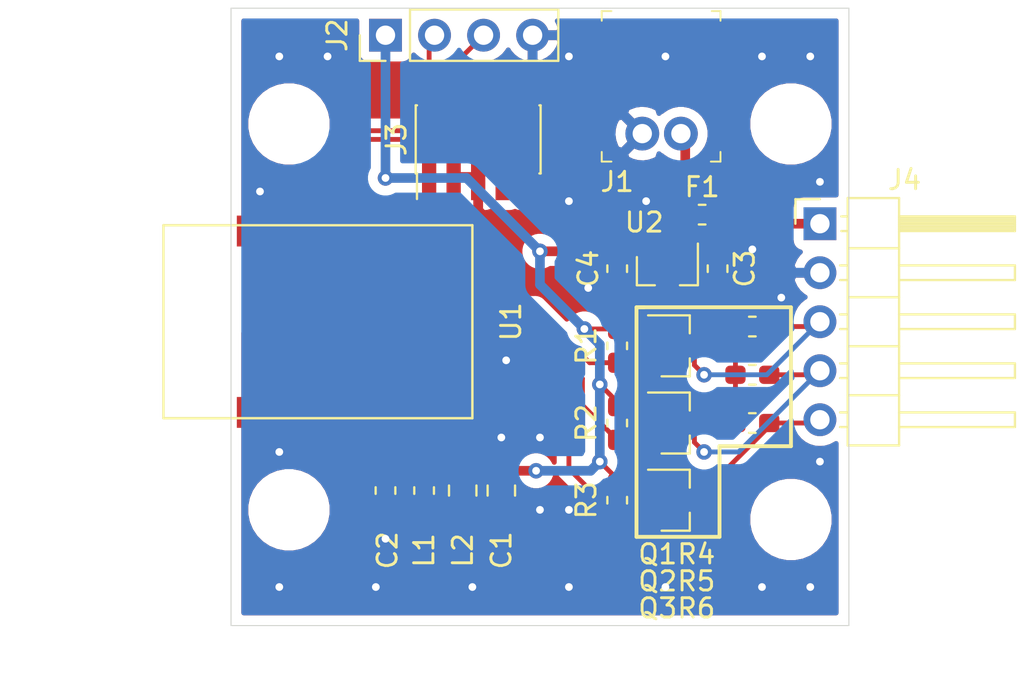
<source format=kicad_pcb>
(kicad_pcb (version 20171130) (host pcbnew "(5.1.2-1)-1")

  (general
    (thickness 1.6)
    (drawings 13)
    (tracks 141)
    (zones 0)
    (modules 27)
    (nets 49)
  )

  (page A4)
  (title_block
    (title Tutorial)
  )

  (layers
    (0 F.Cu signal)
    (31 B.Cu signal)
    (32 B.Adhes user)
    (33 F.Adhes user)
    (34 B.Paste user)
    (35 F.Paste user)
    (36 B.SilkS user)
    (37 F.SilkS user)
    (38 B.Mask user)
    (39 F.Mask user)
    (40 Dwgs.User user)
    (41 Cmts.User user)
    (42 Eco1.User user)
    (43 Eco2.User user)
    (44 Edge.Cuts user)
    (45 Margin user)
    (46 B.CrtYd user)
    (47 F.CrtYd user)
    (48 B.Fab user hide)
    (49 F.Fab user hide)
  )

  (setup
    (last_trace_width 0.25)
    (trace_clearance 0.2)
    (zone_clearance 0.508)
    (zone_45_only no)
    (trace_min 0.2)
    (via_size 0.8)
    (via_drill 0.4)
    (via_min_size 0.4)
    (via_min_drill 0.3)
    (uvia_size 0.3)
    (uvia_drill 0.1)
    (uvias_allowed no)
    (uvia_min_size 0.2)
    (uvia_min_drill 0.1)
    (edge_width 0.05)
    (segment_width 0.2)
    (pcb_text_width 0.3)
    (pcb_text_size 1.5 1.5)
    (mod_edge_width 0.2)
    (mod_text_size 1 1)
    (mod_text_width 0.2)
    (pad_size 1.524 1.524)
    (pad_drill 0.762)
    (pad_to_mask_clearance 0.051)
    (solder_mask_min_width 0.25)
    (aux_axis_origin 90 92)
    (visible_elements FFFFFF7F)
    (pcbplotparams
      (layerselection 0x010fc_ffffffff)
      (usegerberextensions false)
      (usegerberattributes false)
      (usegerberadvancedattributes false)
      (creategerberjobfile false)
      (excludeedgelayer true)
      (linewidth 0.100000)
      (plotframeref false)
      (viasonmask false)
      (mode 1)
      (useauxorigin false)
      (hpglpennumber 1)
      (hpglpenspeed 20)
      (hpglpendiameter 15.000000)
      (psnegative false)
      (psa4output false)
      (plotreference true)
      (plotvalue true)
      (plotinvisibletext false)
      (padsonsilk false)
      (subtractmaskfromsilk false)
      (outputformat 1)
      (mirror false)
      (drillshape 1)
      (scaleselection 1)
      (outputdirectory ""))
  )

  (net 0 "")
  (net 1 GND)
  (net 2 +3V3)
  (net 3 "Net-(C2-Pad1)")
  (net 4 +BATT)
  (net 5 /SWDCLK)
  (net 6 /SWDIO)
  (net 7 "Net-(J3-Pad10)")
  (net 8 "Net-(J3-Pad8)")
  (net 9 "Net-(J3-Pad7)")
  (net 10 "Net-(J3-Pad6)")
  (net 11 /B_CLK)
  (net 12 /B_CS)
  (net 13 /B_DIN)
  (net 14 "Net-(L1-Pad2)")
  (net 15 "Net-(L2-Pad2)")
  (net 16 /DIN)
  (net 17 /CS)
  (net 18 /CLK)
  (net 19 "Net-(U1-Pad40)")
  (net 20 "Net-(U1-Pad41)")
  (net 21 "Net-(U1-Pad13)")
  (net 22 "Net-(U1-Pad14)")
  (net 23 "Net-(U1-Pad15)")
  (net 24 "Net-(U1-Pad16)")
  (net 25 "Net-(U1-Pad20)")
  (net 26 "Net-(U1-Pad21)")
  (net 27 "Net-(U1-Pad22)")
  (net 28 "Net-(U1-Pad23)")
  (net 29 "Net-(U1-Pad28)")
  (net 30 "Net-(U1-Pad29)")
  (net 31 "Net-(U1-Pad30)")
  (net 32 /UART_RX)
  (net 33 /UART_RTS)
  (net 34 /UART_CTS)
  (net 35 "Net-(U1-Pad34)")
  (net 36 /UART_TX)
  (net 37 "Net-(U1-Pad38)")
  (net 38 "Net-(U1-Pad2)")
  (net 39 "Net-(U1-Pad3)")
  (net 40 "Net-(U1-Pad4)")
  (net 41 "Net-(U1-Pad5)")
  (net 42 "Net-(U1-Pad6)")
  (net 43 "Net-(U1-Pad7)")
  (net 44 "Net-(U1-Pad8)")
  (net 45 "Net-(U1-Pad25)")
  (net 46 "Net-(U1-Pad26)")
  (net 47 "Net-(U1-Pad27)")
  (net 48 "Net-(F1-Pad1)")

  (net_class Default "これはデフォルトのネット クラスです。"
    (clearance 0.2)
    (trace_width 0.25)
    (via_dia 0.8)
    (via_drill 0.4)
    (uvia_dia 0.3)
    (uvia_drill 0.1)
    (add_net +3V3)
    (add_net +BATT)
    (add_net /B_CLK)
    (add_net /B_CS)
    (add_net /B_DIN)
    (add_net /CLK)
    (add_net /CS)
    (add_net /DIN)
    (add_net /SWDCLK)
    (add_net /SWDIO)
    (add_net /UART_CTS)
    (add_net /UART_RTS)
    (add_net /UART_RX)
    (add_net /UART_TX)
    (add_net GND)
    (add_net "Net-(C2-Pad1)")
    (add_net "Net-(F1-Pad1)")
    (add_net "Net-(J3-Pad10)")
    (add_net "Net-(J3-Pad6)")
    (add_net "Net-(J3-Pad7)")
    (add_net "Net-(J3-Pad8)")
    (add_net "Net-(L1-Pad2)")
    (add_net "Net-(L2-Pad2)")
    (add_net "Net-(U1-Pad13)")
    (add_net "Net-(U1-Pad14)")
    (add_net "Net-(U1-Pad15)")
    (add_net "Net-(U1-Pad16)")
    (add_net "Net-(U1-Pad2)")
    (add_net "Net-(U1-Pad20)")
    (add_net "Net-(U1-Pad21)")
    (add_net "Net-(U1-Pad22)")
    (add_net "Net-(U1-Pad23)")
    (add_net "Net-(U1-Pad25)")
    (add_net "Net-(U1-Pad26)")
    (add_net "Net-(U1-Pad27)")
    (add_net "Net-(U1-Pad28)")
    (add_net "Net-(U1-Pad29)")
    (add_net "Net-(U1-Pad3)")
    (add_net "Net-(U1-Pad30)")
    (add_net "Net-(U1-Pad34)")
    (add_net "Net-(U1-Pad38)")
    (add_net "Net-(U1-Pad4)")
    (add_net "Net-(U1-Pad40)")
    (add_net "Net-(U1-Pad41)")
    (add_net "Net-(U1-Pad5)")
    (add_net "Net-(U1-Pad6)")
    (add_net "Net-(U1-Pad7)")
    (add_net "Net-(U1-Pad8)")
  )

  (module Fuse:Fuse_0603_1608Metric_Pad1.05x0.95mm_HandSolder (layer F.Cu) (tedit 5B301BBE) (tstamp 5D62B444)
    (at 114.4 70.7)
    (descr "Fuse SMD 0603 (1608 Metric), square (rectangular) end terminal, IPC_7351 nominal with elongated pad for handsoldering. (Body size source: http://www.tortai-tech.com/upload/download/2011102023233369053.pdf), generated with kicad-footprint-generator")
    (tags "resistor handsolder")
    (path /5D64FA21)
    (attr smd)
    (fp_text reference F1 (at 0 -1.43) (layer F.SilkS)
      (effects (font (size 1 1) (thickness 0.15)))
    )
    (fp_text value FEMTOSMDC010F-02 (at 0 1.43) (layer F.Fab)
      (effects (font (size 1 1) (thickness 0.15)))
    )
    (fp_text user %R (at 0 0) (layer F.Fab)
      (effects (font (size 0.4 0.4) (thickness 0.06)))
    )
    (fp_line (start 1.65 0.73) (end -1.65 0.73) (layer F.CrtYd) (width 0.05))
    (fp_line (start 1.65 -0.73) (end 1.65 0.73) (layer F.CrtYd) (width 0.05))
    (fp_line (start -1.65 -0.73) (end 1.65 -0.73) (layer F.CrtYd) (width 0.05))
    (fp_line (start -1.65 0.73) (end -1.65 -0.73) (layer F.CrtYd) (width 0.05))
    (fp_line (start -0.171267 0.51) (end 0.171267 0.51) (layer F.SilkS) (width 0.12))
    (fp_line (start -0.171267 -0.51) (end 0.171267 -0.51) (layer F.SilkS) (width 0.12))
    (fp_line (start 0.8 0.4) (end -0.8 0.4) (layer F.Fab) (width 0.1))
    (fp_line (start 0.8 -0.4) (end 0.8 0.4) (layer F.Fab) (width 0.1))
    (fp_line (start -0.8 -0.4) (end 0.8 -0.4) (layer F.Fab) (width 0.1))
    (fp_line (start -0.8 0.4) (end -0.8 -0.4) (layer F.Fab) (width 0.1))
    (pad 2 smd roundrect (at 0.875 0) (size 1.05 0.95) (layers F.Cu F.Paste F.Mask) (roundrect_rratio 0.25)
      (net 4 +BATT))
    (pad 1 smd roundrect (at -0.875 0) (size 1.05 0.95) (layers F.Cu F.Paste F.Mask) (roundrect_rratio 0.25)
      (net 48 "Net-(F1-Pad1)"))
    (model ${KISYS3DMOD}/Fuse.3dshapes/Fuse_0603_1608Metric.wrl
      (at (xyz 0 0 0))
      (scale (xyz 1 1 1))
      (rotate (xyz 0 0 0))
    )
  )

  (module DigiKey:PinHeader_1x2_P2mm_Drill1mm_RA (layer F.Cu) (tedit 5A8B01DA) (tstamp 5D62A0A3)
    (at 113.3 66.5 180)
    (path /5D630008)
    (fp_text reference J1 (at 3.3 -2.5) (layer F.SilkS)
      (effects (font (size 1 1) (thickness 0.15)))
    )
    (fp_text value S2B-PH-K-S_LF__SN_ (at 1.3 7.45) (layer F.Fab)
      (effects (font (size 1 1) (thickness 0.15)))
    )
    (fp_line (start -1.93 6.25) (end 3.97 6.25) (layer F.Fab) (width 0.1))
    (fp_line (start 3.97 6.25) (end 3.97 -1.35) (layer F.Fab) (width 0.1))
    (fp_line (start -1.93 6.25) (end -1.93 -1.35) (layer F.Fab) (width 0.1))
    (fp_line (start -1.93 -1.35) (end 3.97 -1.35) (layer F.Fab) (width 0.1))
    (fp_line (start 4.1 6.35) (end 4.1 5.85) (layer F.SilkS) (width 0.1))
    (fp_line (start 4.1 6.35) (end 3.6 6.35) (layer F.SilkS) (width 0.1))
    (fp_line (start -2.05 6.35) (end -1.6 6.35) (layer F.SilkS) (width 0.1))
    (fp_line (start -2.05 6.35) (end -2.05 5.85) (layer F.SilkS) (width 0.1))
    (fp_line (start -2.05 -1.45) (end -1.55 -1.45) (layer F.SilkS) (width 0.1))
    (fp_line (start -2.05 -1.45) (end -2.05 -0.95) (layer F.SilkS) (width 0.1))
    (fp_line (start 4.1 -1.45) (end 3.6 -1.45) (layer F.SilkS) (width 0.1))
    (fp_line (start 4.1 -1.45) (end 4.1 -0.95) (layer F.SilkS) (width 0.1))
    (fp_text user %R (at 0.85 2.95) (layer F.Fab)
      (effects (font (size 1 1) (thickness 0.15)))
    )
    (fp_line (start 4.22 -1.6) (end -2.18 -1.6) (layer F.CrtYd) (width 0.05))
    (fp_line (start 4.22 -1.6) (end 4.22 6.5) (layer F.CrtYd) (width 0.05))
    (fp_line (start 4.22 6.5) (end -2.18 6.5) (layer F.CrtYd) (width 0.05))
    (fp_line (start -2.18 -1.6) (end -2.18 6.5) (layer F.CrtYd) (width 0.05))
    (pad 1 thru_hole circle (at 0 0 180) (size 1.75 1.75) (drill 1) (layers *.Cu *.Mask)
      (net 48 "Net-(F1-Pad1)"))
    (pad 2 thru_hole circle (at 2 0 180) (size 1.75 1.75) (drill 1) (layers *.Cu *.Mask)
      (net 1 GND))
  )

  (module Package_TO_SOT_SMD:SOT-23 (layer F.Cu) (tedit 5A02FF57) (tstamp 5D623532)
    (at 112.6 73.6 270)
    (descr "SOT-23, Standard")
    (tags SOT-23)
    (path /5D626ACD)
    (attr smd)
    (fp_text reference U2 (at -2.5 1.2) (layer F.SilkS)
      (effects (font (size 1 1) (thickness 0.15)))
    )
    (fp_text value AP7333-33SAG (at 0 2.5 90) (layer F.Fab)
      (effects (font (size 1 1) (thickness 0.15)))
    )
    (fp_line (start 0.76 1.58) (end -0.7 1.58) (layer F.SilkS) (width 0.12))
    (fp_line (start 0.76 -1.58) (end -1.4 -1.58) (layer F.SilkS) (width 0.12))
    (fp_line (start -1.7 1.75) (end -1.7 -1.75) (layer F.CrtYd) (width 0.05))
    (fp_line (start 1.7 1.75) (end -1.7 1.75) (layer F.CrtYd) (width 0.05))
    (fp_line (start 1.7 -1.75) (end 1.7 1.75) (layer F.CrtYd) (width 0.05))
    (fp_line (start -1.7 -1.75) (end 1.7 -1.75) (layer F.CrtYd) (width 0.05))
    (fp_line (start 0.76 -1.58) (end 0.76 -0.65) (layer F.SilkS) (width 0.12))
    (fp_line (start 0.76 1.58) (end 0.76 0.65) (layer F.SilkS) (width 0.12))
    (fp_line (start -0.7 1.52) (end 0.7 1.52) (layer F.Fab) (width 0.1))
    (fp_line (start 0.7 -1.52) (end 0.7 1.52) (layer F.Fab) (width 0.1))
    (fp_line (start -0.7 -0.95) (end -0.15 -1.52) (layer F.Fab) (width 0.1))
    (fp_line (start -0.15 -1.52) (end 0.7 -1.52) (layer F.Fab) (width 0.1))
    (fp_line (start -0.7 -0.95) (end -0.7 1.5) (layer F.Fab) (width 0.1))
    (fp_text user %R (at 0 0) (layer F.Fab)
      (effects (font (size 0.5 0.5) (thickness 0.075)))
    )
    (pad 3 smd rect (at 1 0 270) (size 0.9 0.8) (layers F.Cu F.Paste F.Mask)
      (net 1 GND))
    (pad 2 smd rect (at -1 0.95 270) (size 0.9 0.8) (layers F.Cu F.Paste F.Mask)
      (net 2 +3V3))
    (pad 1 smd rect (at -1 -0.95 270) (size 0.9 0.8) (layers F.Cu F.Paste F.Mask)
      (net 4 +BATT))
    (model ${KISYS3DMOD}/Package_TO_SOT_SMD.3dshapes/SOT-23.wrl
      (at (xyz 0 0 0))
      (scale (xyz 1 1 1))
      (rotate (xyz 0 0 0))
    )
  )

  (module Capacitor_SMD:C_0603_1608Metric_Pad1.05x0.95mm_HandSolder (layer F.Cu) (tedit 5B301BBE) (tstamp 5D5C5F7E)
    (at 98 85 270)
    (descr "Capacitor SMD 0603 (1608 Metric), square (rectangular) end terminal, IPC_7351 nominal with elongated pad for handsoldering. (Body size source: http://www.tortai-tech.com/upload/download/2011102023233369053.pdf), generated with kicad-footprint-generator")
    (tags "capacitor handsolder")
    (path /5D516C77)
    (attr smd)
    (fp_text reference C2 (at 3.1 -0.1 90) (layer F.SilkS)
      (effects (font (size 1 1) (thickness 0.15)))
    )
    (fp_text value 1uF (at 0 1.43 90) (layer F.Fab)
      (effects (font (size 1 1) (thickness 0.15)))
    )
    (fp_text user %R (at 0 0 90) (layer F.Fab)
      (effects (font (size 0.4 0.4) (thickness 0.06)))
    )
    (fp_line (start 1.65 0.73) (end -1.65 0.73) (layer F.CrtYd) (width 0.05))
    (fp_line (start 1.65 -0.73) (end 1.65 0.73) (layer F.CrtYd) (width 0.05))
    (fp_line (start -1.65 -0.73) (end 1.65 -0.73) (layer F.CrtYd) (width 0.05))
    (fp_line (start -1.65 0.73) (end -1.65 -0.73) (layer F.CrtYd) (width 0.05))
    (fp_line (start -0.171267 0.51) (end 0.171267 0.51) (layer F.SilkS) (width 0.12))
    (fp_line (start -0.171267 -0.51) (end 0.171267 -0.51) (layer F.SilkS) (width 0.12))
    (fp_line (start 0.8 0.4) (end -0.8 0.4) (layer F.Fab) (width 0.1))
    (fp_line (start 0.8 -0.4) (end 0.8 0.4) (layer F.Fab) (width 0.1))
    (fp_line (start -0.8 -0.4) (end 0.8 -0.4) (layer F.Fab) (width 0.1))
    (fp_line (start -0.8 0.4) (end -0.8 -0.4) (layer F.Fab) (width 0.1))
    (pad 2 smd roundrect (at 0.875 0 270) (size 1.05 0.95) (layers F.Cu F.Paste F.Mask) (roundrect_rratio 0.25)
      (net 1 GND))
    (pad 1 smd roundrect (at -0.875 0 270) (size 1.05 0.95) (layers F.Cu F.Paste F.Mask) (roundrect_rratio 0.25)
      (net 3 "Net-(C2-Pad1)"))
    (model ${KISYS3DMOD}/Capacitor_SMD.3dshapes/C_0603_1608Metric.wrl
      (at (xyz 0 0 0))
      (scale (xyz 1 1 1))
      (rotate (xyz 0 0 0))
    )
  )

  (module Capacitor_SMD:C_0603_1608Metric_Pad1.05x0.95mm_HandSolder (layer F.Cu) (tedit 5B301BBE) (tstamp 5D5BFB3F)
    (at 110 73.5 270)
    (descr "Capacitor SMD 0603 (1608 Metric), square (rectangular) end terminal, IPC_7351 nominal with elongated pad for handsoldering. (Body size source: http://www.tortai-tech.com/upload/download/2011102023233369053.pdf), generated with kicad-footprint-generator")
    (tags "capacitor handsolder")
    (path /5D56B404)
    (attr smd)
    (fp_text reference C4 (at 0 1.5 90) (layer F.SilkS)
      (effects (font (size 1 1) (thickness 0.15)))
    )
    (fp_text value 1uF (at 0 1.43 90) (layer F.Fab)
      (effects (font (size 1 1) (thickness 0.15)))
    )
    (fp_text user %R (at 0 0 90) (layer F.Fab)
      (effects (font (size 0.4 0.4) (thickness 0.06)))
    )
    (fp_line (start 1.65 0.73) (end -1.65 0.73) (layer F.CrtYd) (width 0.05))
    (fp_line (start 1.65 -0.73) (end 1.65 0.73) (layer F.CrtYd) (width 0.05))
    (fp_line (start -1.65 -0.73) (end 1.65 -0.73) (layer F.CrtYd) (width 0.05))
    (fp_line (start -1.65 0.73) (end -1.65 -0.73) (layer F.CrtYd) (width 0.05))
    (fp_line (start -0.171267 0.51) (end 0.171267 0.51) (layer F.SilkS) (width 0.12))
    (fp_line (start -0.171267 -0.51) (end 0.171267 -0.51) (layer F.SilkS) (width 0.12))
    (fp_line (start 0.8 0.4) (end -0.8 0.4) (layer F.Fab) (width 0.1))
    (fp_line (start 0.8 -0.4) (end 0.8 0.4) (layer F.Fab) (width 0.1))
    (fp_line (start -0.8 -0.4) (end 0.8 -0.4) (layer F.Fab) (width 0.1))
    (fp_line (start -0.8 0.4) (end -0.8 -0.4) (layer F.Fab) (width 0.1))
    (pad 2 smd roundrect (at 0.875 0 270) (size 1.05 0.95) (layers F.Cu F.Paste F.Mask) (roundrect_rratio 0.25)
      (net 1 GND))
    (pad 1 smd roundrect (at -0.875 0 270) (size 1.05 0.95) (layers F.Cu F.Paste F.Mask) (roundrect_rratio 0.25)
      (net 2 +3V3))
    (model ${KISYS3DMOD}/Capacitor_SMD.3dshapes/C_0603_1608Metric.wrl
      (at (xyz 0 0 0))
      (scale (xyz 1 1 1))
      (rotate (xyz 0 0 0))
    )
  )

  (module Capacitor_SMD:C_0603_1608Metric_Pad1.05x0.95mm_HandSolder (layer F.Cu) (tedit 5B301BBE) (tstamp 5D5BFB2E)
    (at 115.2 73.5 270)
    (descr "Capacitor SMD 0603 (1608 Metric), square (rectangular) end terminal, IPC_7351 nominal with elongated pad for handsoldering. (Body size source: http://www.tortai-tech.com/upload/download/2011102023233369053.pdf), generated with kicad-footprint-generator")
    (tags "capacitor handsolder")
    (path /5D566FCF)
    (attr smd)
    (fp_text reference C3 (at 0 -1.4 90) (layer F.SilkS)
      (effects (font (size 1 1) (thickness 0.15)))
    )
    (fp_text value 1uF (at 0 1.43 90) (layer F.Fab)
      (effects (font (size 1 1) (thickness 0.15)))
    )
    (fp_text user %R (at 0 0 90) (layer F.Fab)
      (effects (font (size 0.4 0.4) (thickness 0.06)))
    )
    (fp_line (start 1.65 0.73) (end -1.65 0.73) (layer F.CrtYd) (width 0.05))
    (fp_line (start 1.65 -0.73) (end 1.65 0.73) (layer F.CrtYd) (width 0.05))
    (fp_line (start -1.65 -0.73) (end 1.65 -0.73) (layer F.CrtYd) (width 0.05))
    (fp_line (start -1.65 0.73) (end -1.65 -0.73) (layer F.CrtYd) (width 0.05))
    (fp_line (start -0.171267 0.51) (end 0.171267 0.51) (layer F.SilkS) (width 0.12))
    (fp_line (start -0.171267 -0.51) (end 0.171267 -0.51) (layer F.SilkS) (width 0.12))
    (fp_line (start 0.8 0.4) (end -0.8 0.4) (layer F.Fab) (width 0.1))
    (fp_line (start 0.8 -0.4) (end 0.8 0.4) (layer F.Fab) (width 0.1))
    (fp_line (start -0.8 -0.4) (end 0.8 -0.4) (layer F.Fab) (width 0.1))
    (fp_line (start -0.8 0.4) (end -0.8 -0.4) (layer F.Fab) (width 0.1))
    (pad 2 smd roundrect (at 0.875 0 270) (size 1.05 0.95) (layers F.Cu F.Paste F.Mask) (roundrect_rratio 0.25)
      (net 1 GND))
    (pad 1 smd roundrect (at -0.875 0 270) (size 1.05 0.95) (layers F.Cu F.Paste F.Mask) (roundrect_rratio 0.25)
      (net 4 +BATT))
    (model ${KISYS3DMOD}/Capacitor_SMD.3dshapes/C_0603_1608Metric.wrl
      (at (xyz 0 0 0))
      (scale (xyz 1 1 1))
      (rotate (xyz 0 0 0))
    )
  )

  (module MountingHole:MountingHole_3.2mm_M3 (layer F.Cu) (tedit 56D1B4CB) (tstamp 5D5BDA17)
    (at 119 86.5)
    (descr "Mounting Hole 3.2mm, no annular, M3")
    (tags "mounting hole 3.2mm no annular m3")
    (attr virtual)
    (fp_text reference REF** (at 0 -4.2) (layer F.SilkS) hide
      (effects (font (size 1 1) (thickness 0.15)))
    )
    (fp_text value MountingHole_3.2mm_M3 (at 0 4.2) (layer F.Fab)
      (effects (font (size 1 1) (thickness 0.15)))
    )
    (fp_text user %R (at 0.3 0) (layer F.Fab)
      (effects (font (size 1 1) (thickness 0.15)))
    )
    (fp_circle (center 0 0) (end 3.2 0) (layer Cmts.User) (width 0.15))
    (fp_circle (center 0 0) (end 3.45 0) (layer F.CrtYd) (width 0.05))
    (pad 1 np_thru_hole circle (at 0 0) (size 3.2 3.2) (drill 3.2) (layers *.Cu *.Mask))
  )

  (module MountingHole:MountingHole_3.2mm_M3 (layer F.Cu) (tedit 56D1B4CB) (tstamp 5D5BDA08)
    (at 93 86)
    (descr "Mounting Hole 3.2mm, no annular, M3")
    (tags "mounting hole 3.2mm no annular m3")
    (attr virtual)
    (fp_text reference REF** (at 0 -4.2) (layer F.SilkS) hide
      (effects (font (size 1 1) (thickness 0.15)))
    )
    (fp_text value MountingHole_3.2mm_M3 (at 0 4.2) (layer F.Fab)
      (effects (font (size 1 1) (thickness 0.15)))
    )
    (fp_text user %R (at 0.3 0) (layer F.Fab)
      (effects (font (size 1 1) (thickness 0.15)))
    )
    (fp_circle (center 0 0) (end 3.2 0) (layer Cmts.User) (width 0.15))
    (fp_circle (center 0 0) (end 3.45 0) (layer F.CrtYd) (width 0.05))
    (pad 1 np_thru_hole circle (at 0 0) (size 3.2 3.2) (drill 3.2) (layers *.Cu *.Mask))
  )

  (module MountingHole:MountingHole_3.2mm_M3 (layer F.Cu) (tedit 56D1B4CB) (tstamp 5D5BD9F9)
    (at 119 66)
    (descr "Mounting Hole 3.2mm, no annular, M3")
    (tags "mounting hole 3.2mm no annular m3")
    (attr virtual)
    (fp_text reference REF** (at 0 -4.2) (layer F.SilkS) hide
      (effects (font (size 1 1) (thickness 0.15)))
    )
    (fp_text value MountingHole_3.2mm_M3 (at 0 4.2) (layer F.Fab)
      (effects (font (size 1 1) (thickness 0.15)))
    )
    (fp_text user %R (at 0.3 0) (layer F.Fab)
      (effects (font (size 1 1) (thickness 0.15)))
    )
    (fp_circle (center 0 0) (end 3.2 0) (layer Cmts.User) (width 0.15))
    (fp_circle (center 0 0) (end 3.45 0) (layer F.CrtYd) (width 0.05))
    (pad 1 np_thru_hole circle (at 0 0) (size 3.2 3.2) (drill 3.2) (layers *.Cu *.Mask))
  )

  (module MountingHole:MountingHole_3.2mm_M3 (layer F.Cu) (tedit 56D1B4CB) (tstamp 5D5BD9D8)
    (at 93 66)
    (descr "Mounting Hole 3.2mm, no annular, M3")
    (tags "mounting hole 3.2mm no annular m3")
    (attr virtual)
    (fp_text reference REF** (at 0 -4.2) (layer F.SilkS) hide
      (effects (font (size 1 1) (thickness 0.15)))
    )
    (fp_text value MountingHole_3.2mm_M3 (at 0 4.2) (layer F.Fab)
      (effects (font (size 1 1) (thickness 0.15)))
    )
    (fp_text user %R (at 0.3 0) (layer F.Fab)
      (effects (font (size 1 1) (thickness 0.15)))
    )
    (fp_circle (center 0 0) (end 3.2 0) (layer Cmts.User) (width 0.15))
    (fp_circle (center 0 0) (end 3.45 0) (layer F.CrtYd) (width 0.05))
    (pad 1 np_thru_hole circle (at 0 0) (size 3.2 3.2) (drill 3.2) (layers *.Cu *.Mask))
  )

  (module MountingHole:MountingHole_3.2mm_M3 (layer F.Cu) (tedit 56D1B4CB) (tstamp 5D5BD9C0)
    (at 93 66)
    (descr "Mounting Hole 3.2mm, no annular, M3")
    (tags "mounting hole 3.2mm no annular m3")
    (attr virtual)
    (fp_text reference REF** (at 0 -4.2) (layer F.SilkS) hide
      (effects (font (size 1 1) (thickness 0.15)))
    )
    (fp_text value MountingHole_3.2mm_M3 (at 0 4.2) (layer F.Fab)
      (effects (font (size 1 1) (thickness 0.15)))
    )
    (fp_text user %R (at 0.3 0) (layer F.Fab)
      (effects (font (size 1 1) (thickness 0.15)))
    )
    (fp_circle (center 0 0) (end 3.2 0) (layer Cmts.User) (width 0.15))
    (fp_circle (center 0 0) (end 3.45 0) (layer F.CrtYd) (width 0.05))
    (pad 1 np_thru_hole circle (at 0 0) (size 3.2 3.2) (drill 3.2) (layers *.Cu *.Mask))
  )

  (module MDBT42Q:MDBT42Q (layer F.Cu) (tedit 5A4EE07B) (tstamp 5D5B0B2F)
    (at 94.5 76.25 90)
    (path /5D4FD362)
    (attr smd)
    (fp_text reference U1 (at 0 -10 90) (layer F.Fab)
      (effects (font (size 0.762 0.762) (thickness 0.0508)))
    )
    (fp_text value U1 (at 0 10 90) (layer F.SilkS)
      (effects (font (size 1 1) (thickness 0.15)))
    )
    (fp_line (start -5 -8) (end 5 -8) (layer F.SilkS) (width 0.127))
    (fp_line (start 5 -8) (end 5 8) (layer F.SilkS) (width 0.127))
    (fp_line (start 5 8) (end -5 8) (layer F.SilkS) (width 0.127))
    (fp_line (start -5 8) (end -5 -8) (layer F.SilkS) (width 0.127))
    (fp_line (start -5.3 -8) (end 5.3 -8) (layer Cmts.User) (width 0.1))
    (fp_line (start -5.3 -8) (end -5.3 -4.2) (layer Cmts.User) (width 0.1))
    (fp_line (start -5.3 -4.2) (end 5.3 -4.2) (layer Cmts.User) (width 0.1))
    (fp_line (start -0.5 -4.2) (end -0.5 -1.1) (layer Cmts.User) (width 0.05842))
    (fp_line (start -0.5 -1.1) (end 3.9 -1.1) (layer Cmts.User) (width 0.05))
    (fp_line (start -0.5 -4.2) (end 3.9 -4.2) (layer Cmts.User) (width 0.05))
    (fp_text user "No ground pad" (at 0 -6 90) (layer Cmts.User)
      (effects (font (size 0.8 0.8) (thickness 0.075)))
    )
    (fp_text user "Top layer no ground" (at 1.7 -2.5 90) (layer Cmts.User)
      (effects (font (size 0.25 0.25) (thickness 0.025)))
    )
    (fp_line (start 6 9) (end 6 -9) (layer F.CrtYd) (width 0.15))
    (fp_line (start 6 -9) (end -6 -9) (layer F.CrtYd) (width 0.15))
    (fp_line (start -6 -9) (end -6 9) (layer F.CrtYd) (width 0.15))
    (fp_line (start -6 9) (end 6 9) (layer F.CrtYd) (width 0.15))
    (fp_line (start 5.3 -8) (end 5.3 -4.2) (layer Cmts.User) (width 0.1))
    (fp_line (start 3.9 -4.2) (end 3.9 -1.1) (layer Cmts.User) (width 0.05))
    (pad 1 smd rect (at -4.7 -3.8 90) (size 1.6 0.8) (layers F.Cu F.Paste F.Mask)
      (net 1 GND))
    (pad 12 smd rect (at -4.2 7.7 180) (size 1.6 0.4) (layers F.Cu F.Paste F.Mask)
      (net 1 GND))
    (pad 25 smd rect (at 4.7 6.2 270) (size 1.6 0.4) (layers F.Cu F.Paste F.Mask)
      (net 45 "Net-(U1-Pad25)"))
    (pad 39 smd rect (at 4.7 -3.8 270) (size 1.6 0.8) (layers F.Cu F.Paste F.Mask)
      (net 1 GND))
    (pad 40 smd rect (at 2.9 -3.25 270) (size 1 0.4) (layers F.Cu F.Paste F.Mask)
      (net 19 "Net-(U1-Pad40)"))
    (pad 41 smd rect (at 2.9 -1.85 270) (size 1 0.4) (layers F.Cu F.Paste F.Mask)
      (net 20 "Net-(U1-Pad41)"))
    (pad 13 smd rect (at -3.5 7.7 180) (size 1.6 0.4) (layers F.Cu F.Paste F.Mask)
      (net 21 "Net-(U1-Pad13)"))
    (pad 14 smd rect (at -2.8 7.7 180) (size 1.6 0.4) (layers F.Cu F.Paste F.Mask)
      (net 22 "Net-(U1-Pad14)"))
    (pad 15 smd rect (at -2.1 7.7 180) (size 1.6 0.4) (layers F.Cu F.Paste F.Mask)
      (net 23 "Net-(U1-Pad15)"))
    (pad 16 smd rect (at -1.4 7.7 180) (size 1.6 0.4) (layers F.Cu F.Paste F.Mask)
      (net 24 "Net-(U1-Pad16)"))
    (pad 17 smd rect (at -0.7 7.7 180) (size 1.6 0.4) (layers F.Cu F.Paste F.Mask)
      (net 18 /CLK))
    (pad 18 smd rect (at 0 7.7 180) (size 1.6 0.4) (layers F.Cu F.Paste F.Mask)
      (net 17 /CS))
    (pad 19 smd rect (at 0.7 7.7 180) (size 1.6 0.4) (layers F.Cu F.Paste F.Mask)
      (net 16 /DIN))
    (pad 20 smd rect (at 1.4 7.7 180) (size 1.6 0.4) (layers F.Cu F.Paste F.Mask)
      (net 25 "Net-(U1-Pad20)"))
    (pad 21 smd rect (at 2.1 7.7 180) (size 1.6 0.4) (layers F.Cu F.Paste F.Mask)
      (net 26 "Net-(U1-Pad21)"))
    (pad 22 smd rect (at 2.8 7.7 180) (size 1.6 0.4) (layers F.Cu F.Paste F.Mask)
      (net 27 "Net-(U1-Pad22)"))
    (pad 23 smd rect (at 3.5 7.7 180) (size 1.6 0.4) (layers F.Cu F.Paste F.Mask)
      (net 28 "Net-(U1-Pad23)"))
    (pad 24 smd rect (at 4.2 7.7 180) (size 1.6 0.4) (layers F.Cu F.Paste F.Mask)
      (net 1 GND))
    (pad 26 smd rect (at 4.7 5.5 270) (size 1.6 0.4) (layers F.Cu F.Paste F.Mask)
      (net 46 "Net-(U1-Pad26)"))
    (pad 27 smd rect (at 4.7 4.8 270) (size 1.6 0.4) (layers F.Cu F.Paste F.Mask)
      (net 47 "Net-(U1-Pad27)"))
    (pad 28 smd rect (at 4.7 4.1 270) (size 1.6 0.4) (layers F.Cu F.Paste F.Mask)
      (net 29 "Net-(U1-Pad28)"))
    (pad 29 smd rect (at 4.7 3.4 270) (size 1.6 0.4) (layers F.Cu F.Paste F.Mask)
      (net 30 "Net-(U1-Pad29)"))
    (pad 30 smd rect (at 4.7 2.7 270) (size 1.6 0.4) (layers F.Cu F.Paste F.Mask)
      (net 31 "Net-(U1-Pad30)"))
    (pad 31 smd rect (at 4.7 2 270) (size 1.6 0.4) (layers F.Cu F.Paste F.Mask)
      (net 32 /UART_RX))
    (pad 32 smd rect (at 4.7 1.3 270) (size 1.6 0.4) (layers F.Cu F.Paste F.Mask)
      (net 33 /UART_RTS))
    (pad 33 smd rect (at 4.7 0.6 270) (size 1.6 0.4) (layers F.Cu F.Paste F.Mask)
      (net 34 /UART_CTS))
    (pad 34 smd rect (at 4.7 -0.1 270) (size 1.6 0.4) (layers F.Cu F.Paste F.Mask)
      (net 35 "Net-(U1-Pad34)"))
    (pad 35 smd rect (at 4.7 -0.8 270) (size 1.6 0.4) (layers F.Cu F.Paste F.Mask)
      (net 36 /UART_TX))
    (pad 36 smd rect (at 4.7 -1.5 270) (size 1.6 0.4) (layers F.Cu F.Paste F.Mask)
      (net 5 /SWDCLK))
    (pad 37 smd rect (at 4.7 -2.2 270) (size 1.6 0.4) (layers F.Cu F.Paste F.Mask)
      (net 6 /SWDIO))
    (pad 38 smd rect (at 4.7 -2.9 270) (size 1.6 0.4) (layers F.Cu F.Paste F.Mask)
      (net 37 "Net-(U1-Pad38)"))
    (pad 2 smd rect (at -4.7 -0.8 90) (size 1.6 0.4) (layers F.Cu F.Paste F.Mask)
      (net 38 "Net-(U1-Pad2)"))
    (pad 3 smd rect (at -4.7 -0.1 90) (size 1.6 0.4) (layers F.Cu F.Paste F.Mask)
      (net 39 "Net-(U1-Pad3)"))
    (pad 4 smd rect (at -4.7 0.6 90) (size 1.6 0.4) (layers F.Cu F.Paste F.Mask)
      (net 40 "Net-(U1-Pad4)"))
    (pad 5 smd rect (at -4.7 1.3 90) (size 1.6 0.4) (layers F.Cu F.Paste F.Mask)
      (net 41 "Net-(U1-Pad5)"))
    (pad 6 smd rect (at -4.7 2 90) (size 1.6 0.4) (layers F.Cu F.Paste F.Mask)
      (net 42 "Net-(U1-Pad6)"))
    (pad 7 smd rect (at -4.7 2.7 90) (size 1.6 0.4) (layers F.Cu F.Paste F.Mask)
      (net 43 "Net-(U1-Pad7)"))
    (pad 8 smd rect (at -4.7 3.4 90) (size 1.6 0.4) (layers F.Cu F.Paste F.Mask)
      (net 44 "Net-(U1-Pad8)"))
    (pad 9 smd rect (at -4.7 4.1 90) (size 1.6 0.4) (layers F.Cu F.Paste F.Mask)
      (net 3 "Net-(C2-Pad1)"))
    (pad 10 smd rect (at -4.7 4.8 90) (size 1.6 0.4) (layers F.Cu F.Paste F.Mask)
      (net 15 "Net-(L2-Pad2)"))
    (pad 11 smd rect (at -4.7 5.5 90) (size 1.6 0.4) (layers F.Cu F.Paste F.Mask)
      (net 2 +3V3))
  )

  (module Resistor_SMD:R_0603_1608Metric_Pad1.05x0.95mm_HandSolder (layer F.Cu) (tedit 5B301BBD) (tstamp 5D5B0159)
    (at 117 81.5)
    (descr "Resistor SMD 0603 (1608 Metric), square (rectangular) end terminal, IPC_7351 nominal with elongated pad for handsoldering. (Body size source: http://www.tortai-tech.com/upload/download/2011102023233369053.pdf), generated with kicad-footprint-generator")
    (tags "resistor handsolder")
    (path /5D561E89)
    (attr smd)
    (fp_text reference R6 (at -2.9 9.6) (layer F.SilkS)
      (effects (font (size 1 1) (thickness 0.15)))
    )
    (fp_text value 10k (at 0 1.43) (layer F.Fab)
      (effects (font (size 1 1) (thickness 0.15)))
    )
    (fp_text user %R (at 0 0) (layer F.Fab)
      (effects (font (size 0.4 0.4) (thickness 0.06)))
    )
    (fp_line (start 1.65 0.73) (end -1.65 0.73) (layer F.CrtYd) (width 0.05))
    (fp_line (start 1.65 -0.73) (end 1.65 0.73) (layer F.CrtYd) (width 0.05))
    (fp_line (start -1.65 -0.73) (end 1.65 -0.73) (layer F.CrtYd) (width 0.05))
    (fp_line (start -1.65 0.73) (end -1.65 -0.73) (layer F.CrtYd) (width 0.05))
    (fp_line (start -0.171267 0.51) (end 0.171267 0.51) (layer F.SilkS) (width 0.12))
    (fp_line (start -0.171267 -0.51) (end 0.171267 -0.51) (layer F.SilkS) (width 0.12))
    (fp_line (start 0.8 0.4) (end -0.8 0.4) (layer F.Fab) (width 0.1))
    (fp_line (start 0.8 -0.4) (end 0.8 0.4) (layer F.Fab) (width 0.1))
    (fp_line (start -0.8 -0.4) (end 0.8 -0.4) (layer F.Fab) (width 0.1))
    (fp_line (start -0.8 0.4) (end -0.8 -0.4) (layer F.Fab) (width 0.1))
    (pad 2 smd roundrect (at 0.875 0) (size 1.05 0.95) (layers F.Cu F.Paste F.Mask) (roundrect_rratio 0.25)
      (net 11 /B_CLK))
    (pad 1 smd roundrect (at -0.875 0) (size 1.05 0.95) (layers F.Cu F.Paste F.Mask) (roundrect_rratio 0.25)
      (net 4 +BATT))
    (model ${KISYS3DMOD}/Resistor_SMD.3dshapes/R_0603_1608Metric.wrl
      (at (xyz 0 0 0))
      (scale (xyz 1 1 1))
      (rotate (xyz 0 0 0))
    )
  )

  (module Resistor_SMD:R_0603_1608Metric_Pad1.05x0.95mm_HandSolder (layer F.Cu) (tedit 5B301BBD) (tstamp 5D5B0148)
    (at 117 79)
    (descr "Resistor SMD 0603 (1608 Metric), square (rectangular) end terminal, IPC_7351 nominal with elongated pad for handsoldering. (Body size source: http://www.tortai-tech.com/upload/download/2011102023233369053.pdf), generated with kicad-footprint-generator")
    (tags "resistor handsolder")
    (path /5D55B97F)
    (attr smd)
    (fp_text reference R5 (at -2.9 10.7) (layer F.SilkS)
      (effects (font (size 1 1) (thickness 0.15)))
    )
    (fp_text value 10k (at 0 1.43) (layer F.Fab)
      (effects (font (size 1 1) (thickness 0.15)))
    )
    (fp_text user %R (at 0 0) (layer F.Fab)
      (effects (font (size 0.4 0.4) (thickness 0.06)))
    )
    (fp_line (start 1.65 0.73) (end -1.65 0.73) (layer F.CrtYd) (width 0.05))
    (fp_line (start 1.65 -0.73) (end 1.65 0.73) (layer F.CrtYd) (width 0.05))
    (fp_line (start -1.65 -0.73) (end 1.65 -0.73) (layer F.CrtYd) (width 0.05))
    (fp_line (start -1.65 0.73) (end -1.65 -0.73) (layer F.CrtYd) (width 0.05))
    (fp_line (start -0.171267 0.51) (end 0.171267 0.51) (layer F.SilkS) (width 0.12))
    (fp_line (start -0.171267 -0.51) (end 0.171267 -0.51) (layer F.SilkS) (width 0.12))
    (fp_line (start 0.8 0.4) (end -0.8 0.4) (layer F.Fab) (width 0.1))
    (fp_line (start 0.8 -0.4) (end 0.8 0.4) (layer F.Fab) (width 0.1))
    (fp_line (start -0.8 -0.4) (end 0.8 -0.4) (layer F.Fab) (width 0.1))
    (fp_line (start -0.8 0.4) (end -0.8 -0.4) (layer F.Fab) (width 0.1))
    (pad 2 smd roundrect (at 0.875 0) (size 1.05 0.95) (layers F.Cu F.Paste F.Mask) (roundrect_rratio 0.25)
      (net 12 /B_CS))
    (pad 1 smd roundrect (at -0.875 0) (size 1.05 0.95) (layers F.Cu F.Paste F.Mask) (roundrect_rratio 0.25)
      (net 4 +BATT))
    (model ${KISYS3DMOD}/Resistor_SMD.3dshapes/R_0603_1608Metric.wrl
      (at (xyz 0 0 0))
      (scale (xyz 1 1 1))
      (rotate (xyz 0 0 0))
    )
  )

  (module Resistor_SMD:R_0603_1608Metric_Pad1.05x0.95mm_HandSolder (layer F.Cu) (tedit 5B301BBD) (tstamp 5D5B0137)
    (at 117 76.5)
    (descr "Resistor SMD 0603 (1608 Metric), square (rectangular) end terminal, IPC_7351 nominal with elongated pad for handsoldering. (Body size source: http://www.tortai-tech.com/upload/download/2011102023233369053.pdf), generated with kicad-footprint-generator")
    (tags "resistor handsolder")
    (path /5D532CF4)
    (attr smd)
    (fp_text reference R4 (at -2.9 11.8) (layer F.SilkS)
      (effects (font (size 1 1) (thickness 0.15)))
    )
    (fp_text value 10k (at 0 1.43) (layer F.Fab)
      (effects (font (size 1 1) (thickness 0.15)))
    )
    (fp_text user %R (at 0 0) (layer F.Fab)
      (effects (font (size 0.4 0.4) (thickness 0.06)))
    )
    (fp_line (start 1.65 0.73) (end -1.65 0.73) (layer F.CrtYd) (width 0.05))
    (fp_line (start 1.65 -0.73) (end 1.65 0.73) (layer F.CrtYd) (width 0.05))
    (fp_line (start -1.65 -0.73) (end 1.65 -0.73) (layer F.CrtYd) (width 0.05))
    (fp_line (start -1.65 0.73) (end -1.65 -0.73) (layer F.CrtYd) (width 0.05))
    (fp_line (start -0.171267 0.51) (end 0.171267 0.51) (layer F.SilkS) (width 0.12))
    (fp_line (start -0.171267 -0.51) (end 0.171267 -0.51) (layer F.SilkS) (width 0.12))
    (fp_line (start 0.8 0.4) (end -0.8 0.4) (layer F.Fab) (width 0.1))
    (fp_line (start 0.8 -0.4) (end 0.8 0.4) (layer F.Fab) (width 0.1))
    (fp_line (start -0.8 -0.4) (end 0.8 -0.4) (layer F.Fab) (width 0.1))
    (fp_line (start -0.8 0.4) (end -0.8 -0.4) (layer F.Fab) (width 0.1))
    (pad 2 smd roundrect (at 0.875 0) (size 1.05 0.95) (layers F.Cu F.Paste F.Mask) (roundrect_rratio 0.25)
      (net 13 /B_DIN))
    (pad 1 smd roundrect (at -0.875 0) (size 1.05 0.95) (layers F.Cu F.Paste F.Mask) (roundrect_rratio 0.25)
      (net 4 +BATT))
    (model ${KISYS3DMOD}/Resistor_SMD.3dshapes/R_0603_1608Metric.wrl
      (at (xyz 0 0 0))
      (scale (xyz 1 1 1))
      (rotate (xyz 0 0 0))
    )
  )

  (module Resistor_SMD:R_0603_1608Metric_Pad1.05x0.95mm_HandSolder (layer F.Cu) (tedit 5B301BBD) (tstamp 5D5B0126)
    (at 110 85.5 270)
    (descr "Resistor SMD 0603 (1608 Metric), square (rectangular) end terminal, IPC_7351 nominal with elongated pad for handsoldering. (Body size source: http://www.tortai-tech.com/upload/download/2011102023233369053.pdf), generated with kicad-footprint-generator")
    (tags "resistor handsolder")
    (path /5D561E82)
    (attr smd)
    (fp_text reference R3 (at 0 1.6 90) (layer F.SilkS)
      (effects (font (size 1 1) (thickness 0.15)))
    )
    (fp_text value 10k (at 0 1.43 90) (layer F.Fab)
      (effects (font (size 1 1) (thickness 0.15)))
    )
    (fp_text user %R (at 0 0 90) (layer F.Fab)
      (effects (font (size 0.4 0.4) (thickness 0.06)))
    )
    (fp_line (start 1.65 0.73) (end -1.65 0.73) (layer F.CrtYd) (width 0.05))
    (fp_line (start 1.65 -0.73) (end 1.65 0.73) (layer F.CrtYd) (width 0.05))
    (fp_line (start -1.65 -0.73) (end 1.65 -0.73) (layer F.CrtYd) (width 0.05))
    (fp_line (start -1.65 0.73) (end -1.65 -0.73) (layer F.CrtYd) (width 0.05))
    (fp_line (start -0.171267 0.51) (end 0.171267 0.51) (layer F.SilkS) (width 0.12))
    (fp_line (start -0.171267 -0.51) (end 0.171267 -0.51) (layer F.SilkS) (width 0.12))
    (fp_line (start 0.8 0.4) (end -0.8 0.4) (layer F.Fab) (width 0.1))
    (fp_line (start 0.8 -0.4) (end 0.8 0.4) (layer F.Fab) (width 0.1))
    (fp_line (start -0.8 -0.4) (end 0.8 -0.4) (layer F.Fab) (width 0.1))
    (fp_line (start -0.8 0.4) (end -0.8 -0.4) (layer F.Fab) (width 0.1))
    (pad 2 smd roundrect (at 0.875 0 270) (size 1.05 0.95) (layers F.Cu F.Paste F.Mask) (roundrect_rratio 0.25)
      (net 18 /CLK))
    (pad 1 smd roundrect (at -0.875 0 270) (size 1.05 0.95) (layers F.Cu F.Paste F.Mask) (roundrect_rratio 0.25)
      (net 2 +3V3))
    (model ${KISYS3DMOD}/Resistor_SMD.3dshapes/R_0603_1608Metric.wrl
      (at (xyz 0 0 0))
      (scale (xyz 1 1 1))
      (rotate (xyz 0 0 0))
    )
  )

  (module Resistor_SMD:R_0603_1608Metric_Pad1.05x0.95mm_HandSolder (layer F.Cu) (tedit 5B301BBD) (tstamp 5D5B0115)
    (at 110 81.5 270)
    (descr "Resistor SMD 0603 (1608 Metric), square (rectangular) end terminal, IPC_7351 nominal with elongated pad for handsoldering. (Body size source: http://www.tortai-tech.com/upload/download/2011102023233369053.pdf), generated with kicad-footprint-generator")
    (tags "resistor handsolder")
    (path /5D55B978)
    (attr smd)
    (fp_text reference R2 (at 0 1.6 90) (layer F.SilkS)
      (effects (font (size 1 1) (thickness 0.15)))
    )
    (fp_text value 10k (at 0 1.43 90) (layer F.Fab)
      (effects (font (size 1 1) (thickness 0.15)))
    )
    (fp_text user %R (at 0 0 90) (layer F.Fab)
      (effects (font (size 0.4 0.4) (thickness 0.06)))
    )
    (fp_line (start 1.65 0.73) (end -1.65 0.73) (layer F.CrtYd) (width 0.05))
    (fp_line (start 1.65 -0.73) (end 1.65 0.73) (layer F.CrtYd) (width 0.05))
    (fp_line (start -1.65 -0.73) (end 1.65 -0.73) (layer F.CrtYd) (width 0.05))
    (fp_line (start -1.65 0.73) (end -1.65 -0.73) (layer F.CrtYd) (width 0.05))
    (fp_line (start -0.171267 0.51) (end 0.171267 0.51) (layer F.SilkS) (width 0.12))
    (fp_line (start -0.171267 -0.51) (end 0.171267 -0.51) (layer F.SilkS) (width 0.12))
    (fp_line (start 0.8 0.4) (end -0.8 0.4) (layer F.Fab) (width 0.1))
    (fp_line (start 0.8 -0.4) (end 0.8 0.4) (layer F.Fab) (width 0.1))
    (fp_line (start -0.8 -0.4) (end 0.8 -0.4) (layer F.Fab) (width 0.1))
    (fp_line (start -0.8 0.4) (end -0.8 -0.4) (layer F.Fab) (width 0.1))
    (pad 2 smd roundrect (at 0.875 0 270) (size 1.05 0.95) (layers F.Cu F.Paste F.Mask) (roundrect_rratio 0.25)
      (net 17 /CS))
    (pad 1 smd roundrect (at -0.875 0 270) (size 1.05 0.95) (layers F.Cu F.Paste F.Mask) (roundrect_rratio 0.25)
      (net 2 +3V3))
    (model ${KISYS3DMOD}/Resistor_SMD.3dshapes/R_0603_1608Metric.wrl
      (at (xyz 0 0 0))
      (scale (xyz 1 1 1))
      (rotate (xyz 0 0 0))
    )
  )

  (module Resistor_SMD:R_0603_1608Metric_Pad1.05x0.95mm_HandSolder (layer F.Cu) (tedit 5B301BBD) (tstamp 5D5B0104)
    (at 110 77.5 270)
    (descr "Resistor SMD 0603 (1608 Metric), square (rectangular) end terminal, IPC_7351 nominal with elongated pad for handsoldering. (Body size source: http://www.tortai-tech.com/upload/download/2011102023233369053.pdf), generated with kicad-footprint-generator")
    (tags "resistor handsolder")
    (path /5D531C20)
    (attr smd)
    (fp_text reference R1 (at 0 1.6 90) (layer F.SilkS)
      (effects (font (size 1 1) (thickness 0.15)))
    )
    (fp_text value 10k (at 0 1.43 90) (layer F.Fab)
      (effects (font (size 1 1) (thickness 0.15)))
    )
    (fp_text user %R (at 0 0 90) (layer F.Fab)
      (effects (font (size 0.4 0.4) (thickness 0.06)))
    )
    (fp_line (start 1.65 0.73) (end -1.65 0.73) (layer F.CrtYd) (width 0.05))
    (fp_line (start 1.65 -0.73) (end 1.65 0.73) (layer F.CrtYd) (width 0.05))
    (fp_line (start -1.65 -0.73) (end 1.65 -0.73) (layer F.CrtYd) (width 0.05))
    (fp_line (start -1.65 0.73) (end -1.65 -0.73) (layer F.CrtYd) (width 0.05))
    (fp_line (start -0.171267 0.51) (end 0.171267 0.51) (layer F.SilkS) (width 0.12))
    (fp_line (start -0.171267 -0.51) (end 0.171267 -0.51) (layer F.SilkS) (width 0.12))
    (fp_line (start 0.8 0.4) (end -0.8 0.4) (layer F.Fab) (width 0.1))
    (fp_line (start 0.8 -0.4) (end 0.8 0.4) (layer F.Fab) (width 0.1))
    (fp_line (start -0.8 -0.4) (end 0.8 -0.4) (layer F.Fab) (width 0.1))
    (fp_line (start -0.8 0.4) (end -0.8 -0.4) (layer F.Fab) (width 0.1))
    (pad 2 smd roundrect (at 0.875 0 270) (size 1.05 0.95) (layers F.Cu F.Paste F.Mask) (roundrect_rratio 0.25)
      (net 16 /DIN))
    (pad 1 smd roundrect (at -0.875 0 270) (size 1.05 0.95) (layers F.Cu F.Paste F.Mask) (roundrect_rratio 0.25)
      (net 2 +3V3))
    (model ${KISYS3DMOD}/Resistor_SMD.3dshapes/R_0603_1608Metric.wrl
      (at (xyz 0 0 0))
      (scale (xyz 1 1 1))
      (rotate (xyz 0 0 0))
    )
  )

  (module Package_TO_SOT_SMD:SOT-23 (layer F.Cu) (tedit 5A02FF57) (tstamp 5D5B00F3)
    (at 113 85.5)
    (descr "SOT-23, Standard")
    (tags SOT-23)
    (path /5D561E7B)
    (attr smd)
    (fp_text reference Q3 (at -0.9 5.6) (layer F.SilkS)
      (effects (font (size 1 1) (thickness 0.15)))
    )
    (fp_text value BSS138 (at 0 2.5) (layer F.Fab)
      (effects (font (size 1 1) (thickness 0.15)))
    )
    (fp_line (start 0.76 1.58) (end -0.7 1.58) (layer F.SilkS) (width 0.12))
    (fp_line (start 0.76 -1.58) (end -1.4 -1.58) (layer F.SilkS) (width 0.12))
    (fp_line (start -1.7 1.75) (end -1.7 -1.75) (layer F.CrtYd) (width 0.05))
    (fp_line (start 1.7 1.75) (end -1.7 1.75) (layer F.CrtYd) (width 0.05))
    (fp_line (start 1.7 -1.75) (end 1.7 1.75) (layer F.CrtYd) (width 0.05))
    (fp_line (start -1.7 -1.75) (end 1.7 -1.75) (layer F.CrtYd) (width 0.05))
    (fp_line (start 0.76 -1.58) (end 0.76 -0.65) (layer F.SilkS) (width 0.12))
    (fp_line (start 0.76 1.58) (end 0.76 0.65) (layer F.SilkS) (width 0.12))
    (fp_line (start -0.7 1.52) (end 0.7 1.52) (layer F.Fab) (width 0.1))
    (fp_line (start 0.7 -1.52) (end 0.7 1.52) (layer F.Fab) (width 0.1))
    (fp_line (start -0.7 -0.95) (end -0.15 -1.52) (layer F.Fab) (width 0.1))
    (fp_line (start -0.15 -1.52) (end 0.7 -1.52) (layer F.Fab) (width 0.1))
    (fp_line (start -0.7 -0.95) (end -0.7 1.5) (layer F.Fab) (width 0.1))
    (fp_text user %R (at 0 0 90) (layer F.Fab)
      (effects (font (size 0.5 0.5) (thickness 0.075)))
    )
    (pad 3 smd rect (at 1 0) (size 0.9 0.8) (layers F.Cu F.Paste F.Mask)
      (net 11 /B_CLK))
    (pad 2 smd rect (at -1 0.95) (size 0.9 0.8) (layers F.Cu F.Paste F.Mask)
      (net 18 /CLK))
    (pad 1 smd rect (at -1 -0.95) (size 0.9 0.8) (layers F.Cu F.Paste F.Mask)
      (net 2 +3V3))
    (model ${KISYS3DMOD}/Package_TO_SOT_SMD.3dshapes/SOT-23.wrl
      (at (xyz 0 0 0))
      (scale (xyz 1 1 1))
      (rotate (xyz 0 0 0))
    )
  )

  (module Package_TO_SOT_SMD:SOT-23 (layer F.Cu) (tedit 5A02FF57) (tstamp 5D5B00DE)
    (at 113 81.5)
    (descr "SOT-23, Standard")
    (tags SOT-23)
    (path /5D55B971)
    (attr smd)
    (fp_text reference Q2 (at -0.9 8.2) (layer F.SilkS)
      (effects (font (size 1 1) (thickness 0.15)))
    )
    (fp_text value BSS138 (at 0 2.5) (layer F.Fab)
      (effects (font (size 1 1) (thickness 0.15)))
    )
    (fp_line (start 0.76 1.58) (end -0.7 1.58) (layer F.SilkS) (width 0.12))
    (fp_line (start 0.76 -1.58) (end -1.4 -1.58) (layer F.SilkS) (width 0.12))
    (fp_line (start -1.7 1.75) (end -1.7 -1.75) (layer F.CrtYd) (width 0.05))
    (fp_line (start 1.7 1.75) (end -1.7 1.75) (layer F.CrtYd) (width 0.05))
    (fp_line (start 1.7 -1.75) (end 1.7 1.75) (layer F.CrtYd) (width 0.05))
    (fp_line (start -1.7 -1.75) (end 1.7 -1.75) (layer F.CrtYd) (width 0.05))
    (fp_line (start 0.76 -1.58) (end 0.76 -0.65) (layer F.SilkS) (width 0.12))
    (fp_line (start 0.76 1.58) (end 0.76 0.65) (layer F.SilkS) (width 0.12))
    (fp_line (start -0.7 1.52) (end 0.7 1.52) (layer F.Fab) (width 0.1))
    (fp_line (start 0.7 -1.52) (end 0.7 1.52) (layer F.Fab) (width 0.1))
    (fp_line (start -0.7 -0.95) (end -0.15 -1.52) (layer F.Fab) (width 0.1))
    (fp_line (start -0.15 -1.52) (end 0.7 -1.52) (layer F.Fab) (width 0.1))
    (fp_line (start -0.7 -0.95) (end -0.7 1.5) (layer F.Fab) (width 0.1))
    (fp_text user %R (at 0 0 90) (layer F.Fab)
      (effects (font (size 0.5 0.5) (thickness 0.075)))
    )
    (pad 3 smd rect (at 1 0) (size 0.9 0.8) (layers F.Cu F.Paste F.Mask)
      (net 12 /B_CS))
    (pad 2 smd rect (at -1 0.95) (size 0.9 0.8) (layers F.Cu F.Paste F.Mask)
      (net 17 /CS))
    (pad 1 smd rect (at -1 -0.95) (size 0.9 0.8) (layers F.Cu F.Paste F.Mask)
      (net 2 +3V3))
    (model ${KISYS3DMOD}/Package_TO_SOT_SMD.3dshapes/SOT-23.wrl
      (at (xyz 0 0 0))
      (scale (xyz 1 1 1))
      (rotate (xyz 0 0 0))
    )
  )

  (module Package_TO_SOT_SMD:SOT-23 (layer F.Cu) (tedit 5A02FF57) (tstamp 5D5B00C9)
    (at 113 77.5)
    (descr "SOT-23, Standard")
    (tags SOT-23)
    (path /5D528587)
    (attr smd)
    (fp_text reference Q1 (at -0.9 10.8) (layer F.SilkS)
      (effects (font (size 1 1) (thickness 0.15)))
    )
    (fp_text value BSS138 (at 0 2.5) (layer F.Fab)
      (effects (font (size 1 1) (thickness 0.15)))
    )
    (fp_line (start 0.76 1.58) (end -0.7 1.58) (layer F.SilkS) (width 0.12))
    (fp_line (start 0.76 -1.58) (end -1.4 -1.58) (layer F.SilkS) (width 0.12))
    (fp_line (start -1.7 1.75) (end -1.7 -1.75) (layer F.CrtYd) (width 0.05))
    (fp_line (start 1.7 1.75) (end -1.7 1.75) (layer F.CrtYd) (width 0.05))
    (fp_line (start 1.7 -1.75) (end 1.7 1.75) (layer F.CrtYd) (width 0.05))
    (fp_line (start -1.7 -1.75) (end 1.7 -1.75) (layer F.CrtYd) (width 0.05))
    (fp_line (start 0.76 -1.58) (end 0.76 -0.65) (layer F.SilkS) (width 0.12))
    (fp_line (start 0.76 1.58) (end 0.76 0.65) (layer F.SilkS) (width 0.12))
    (fp_line (start -0.7 1.52) (end 0.7 1.52) (layer F.Fab) (width 0.1))
    (fp_line (start 0.7 -1.52) (end 0.7 1.52) (layer F.Fab) (width 0.1))
    (fp_line (start -0.7 -0.95) (end -0.15 -1.52) (layer F.Fab) (width 0.1))
    (fp_line (start -0.15 -1.52) (end 0.7 -1.52) (layer F.Fab) (width 0.1))
    (fp_line (start -0.7 -0.95) (end -0.7 1.5) (layer F.Fab) (width 0.1))
    (fp_text user %R (at 0 0 90) (layer F.Fab)
      (effects (font (size 0.5 0.5) (thickness 0.075)))
    )
    (pad 3 smd rect (at 1 0) (size 0.9 0.8) (layers F.Cu F.Paste F.Mask)
      (net 13 /B_DIN))
    (pad 2 smd rect (at -1 0.95) (size 0.9 0.8) (layers F.Cu F.Paste F.Mask)
      (net 16 /DIN))
    (pad 1 smd rect (at -1 -0.95) (size 0.9 0.8) (layers F.Cu F.Paste F.Mask)
      (net 2 +3V3))
    (model ${KISYS3DMOD}/Package_TO_SOT_SMD.3dshapes/SOT-23.wrl
      (at (xyz 0 0 0))
      (scale (xyz 1 1 1))
      (rotate (xyz 0 0 0))
    )
  )

  (module Inductor_SMD:L_0805_2012Metric_Pad1.15x1.40mm_HandSolder (layer F.Cu) (tedit 5B36C52B) (tstamp 5D5B00B4)
    (at 102 85 90)
    (descr "Capacitor SMD 0805 (2012 Metric), square (rectangular) end terminal, IPC_7351 nominal with elongated pad for handsoldering. (Body size source: https://docs.google.com/spreadsheets/d/1BsfQQcO9C6DZCsRaXUlFlo91Tg2WpOkGARC1WS5S8t0/edit?usp=sharing), generated with kicad-footprint-generator")
    (tags "inductor handsolder")
    (path /5D51B7D5)
    (attr smd)
    (fp_text reference L2 (at -3.1 0 90) (layer F.SilkS)
      (effects (font (size 1 1) (thickness 0.15)))
    )
    (fp_text value 10uH (at 0 1.65 90) (layer F.Fab)
      (effects (font (size 1 1) (thickness 0.15)))
    )
    (fp_text user %R (at 0 0 90) (layer F.Fab)
      (effects (font (size 0.5 0.5) (thickness 0.08)))
    )
    (fp_line (start 1.85 0.95) (end -1.85 0.95) (layer F.CrtYd) (width 0.05))
    (fp_line (start 1.85 -0.95) (end 1.85 0.95) (layer F.CrtYd) (width 0.05))
    (fp_line (start -1.85 -0.95) (end 1.85 -0.95) (layer F.CrtYd) (width 0.05))
    (fp_line (start -1.85 0.95) (end -1.85 -0.95) (layer F.CrtYd) (width 0.05))
    (fp_line (start -0.261252 0.71) (end 0.261252 0.71) (layer F.SilkS) (width 0.12))
    (fp_line (start -0.261252 -0.71) (end 0.261252 -0.71) (layer F.SilkS) (width 0.12))
    (fp_line (start 1 0.6) (end -1 0.6) (layer F.Fab) (width 0.1))
    (fp_line (start 1 -0.6) (end 1 0.6) (layer F.Fab) (width 0.1))
    (fp_line (start -1 -0.6) (end 1 -0.6) (layer F.Fab) (width 0.1))
    (fp_line (start -1 0.6) (end -1 -0.6) (layer F.Fab) (width 0.1))
    (pad 2 smd roundrect (at 1.025 0 90) (size 1.15 1.4) (layers F.Cu F.Paste F.Mask) (roundrect_rratio 0.217391)
      (net 15 "Net-(L2-Pad2)"))
    (pad 1 smd roundrect (at -1.025 0 90) (size 1.15 1.4) (layers F.Cu F.Paste F.Mask) (roundrect_rratio 0.217391)
      (net 14 "Net-(L1-Pad2)"))
    (model ${KISYS3DMOD}/Inductor_SMD.3dshapes/L_0805_2012Metric.wrl
      (at (xyz 0 0 0))
      (scale (xyz 1 1 1))
      (rotate (xyz 0 0 0))
    )
  )

  (module Inductor_SMD:L_0603_1608Metric_Pad1.05x0.95mm_HandSolder (layer F.Cu) (tedit 5B301BBE) (tstamp 5D5B00A3)
    (at 100 85 270)
    (descr "Capacitor SMD 0603 (1608 Metric), square (rectangular) end terminal, IPC_7351 nominal with elongated pad for handsoldering. (Body size source: http://www.tortai-tech.com/upload/download/2011102023233369053.pdf), generated with kicad-footprint-generator")
    (tags "inductor handsolder")
    (path /5D51B76C)
    (attr smd)
    (fp_text reference L1 (at 3.1 0 90) (layer F.SilkS)
      (effects (font (size 1 1) (thickness 0.15)))
    )
    (fp_text value 15nH (at 0 1.43 90) (layer F.Fab)
      (effects (font (size 1 1) (thickness 0.15)))
    )
    (fp_text user %R (at 0 0 90) (layer F.Fab)
      (effects (font (size 0.4 0.4) (thickness 0.06)))
    )
    (fp_line (start 1.65 0.73) (end -1.65 0.73) (layer F.CrtYd) (width 0.05))
    (fp_line (start 1.65 -0.73) (end 1.65 0.73) (layer F.CrtYd) (width 0.05))
    (fp_line (start -1.65 -0.73) (end 1.65 -0.73) (layer F.CrtYd) (width 0.05))
    (fp_line (start -1.65 0.73) (end -1.65 -0.73) (layer F.CrtYd) (width 0.05))
    (fp_line (start -0.171267 0.51) (end 0.171267 0.51) (layer F.SilkS) (width 0.12))
    (fp_line (start -0.171267 -0.51) (end 0.171267 -0.51) (layer F.SilkS) (width 0.12))
    (fp_line (start 0.8 0.4) (end -0.8 0.4) (layer F.Fab) (width 0.1))
    (fp_line (start 0.8 -0.4) (end 0.8 0.4) (layer F.Fab) (width 0.1))
    (fp_line (start -0.8 -0.4) (end 0.8 -0.4) (layer F.Fab) (width 0.1))
    (fp_line (start -0.8 0.4) (end -0.8 -0.4) (layer F.Fab) (width 0.1))
    (pad 2 smd roundrect (at 0.875 0 270) (size 1.05 0.95) (layers F.Cu F.Paste F.Mask) (roundrect_rratio 0.25)
      (net 14 "Net-(L1-Pad2)"))
    (pad 1 smd roundrect (at -0.875 0 270) (size 1.05 0.95) (layers F.Cu F.Paste F.Mask) (roundrect_rratio 0.25)
      (net 3 "Net-(C2-Pad1)"))
    (model ${KISYS3DMOD}/Inductor_SMD.3dshapes/L_0603_1608Metric.wrl
      (at (xyz 0 0 0))
      (scale (xyz 1 1 1))
      (rotate (xyz 0 0 0))
    )
  )

  (module Connector_PinHeader_2.54mm:PinHeader_1x05_P2.54mm_Horizontal (layer F.Cu) (tedit 59FED5CB) (tstamp 5D5B0092)
    (at 120.5 71.17)
    (descr "Through hole angled pin header, 1x05, 2.54mm pitch, 6mm pin length, single row")
    (tags "Through hole angled pin header THT 1x05 2.54mm single row")
    (path /5D52020E)
    (fp_text reference J4 (at 4.385 -2.27) (layer F.SilkS)
      (effects (font (size 1 1) (thickness 0.15)))
    )
    (fp_text value Conn_01x05_Female (at 4.385 12.43) (layer F.Fab)
      (effects (font (size 1 1) (thickness 0.15)))
    )
    (fp_text user %R (at 2.77 5.08 90) (layer F.Fab)
      (effects (font (size 1 1) (thickness 0.15)))
    )
    (fp_line (start 10.55 -1.8) (end -1.8 -1.8) (layer F.CrtYd) (width 0.05))
    (fp_line (start 10.55 11.95) (end 10.55 -1.8) (layer F.CrtYd) (width 0.05))
    (fp_line (start -1.8 11.95) (end 10.55 11.95) (layer F.CrtYd) (width 0.05))
    (fp_line (start -1.8 -1.8) (end -1.8 11.95) (layer F.CrtYd) (width 0.05))
    (fp_line (start -1.27 -1.27) (end 0 -1.27) (layer F.SilkS) (width 0.12))
    (fp_line (start -1.27 0) (end -1.27 -1.27) (layer F.SilkS) (width 0.12))
    (fp_line (start 1.042929 10.54) (end 1.44 10.54) (layer F.SilkS) (width 0.12))
    (fp_line (start 1.042929 9.78) (end 1.44 9.78) (layer F.SilkS) (width 0.12))
    (fp_line (start 10.1 10.54) (end 4.1 10.54) (layer F.SilkS) (width 0.12))
    (fp_line (start 10.1 9.78) (end 10.1 10.54) (layer F.SilkS) (width 0.12))
    (fp_line (start 4.1 9.78) (end 10.1 9.78) (layer F.SilkS) (width 0.12))
    (fp_line (start 1.44 8.89) (end 4.1 8.89) (layer F.SilkS) (width 0.12))
    (fp_line (start 1.042929 8) (end 1.44 8) (layer F.SilkS) (width 0.12))
    (fp_line (start 1.042929 7.24) (end 1.44 7.24) (layer F.SilkS) (width 0.12))
    (fp_line (start 10.1 8) (end 4.1 8) (layer F.SilkS) (width 0.12))
    (fp_line (start 10.1 7.24) (end 10.1 8) (layer F.SilkS) (width 0.12))
    (fp_line (start 4.1 7.24) (end 10.1 7.24) (layer F.SilkS) (width 0.12))
    (fp_line (start 1.44 6.35) (end 4.1 6.35) (layer F.SilkS) (width 0.12))
    (fp_line (start 1.042929 5.46) (end 1.44 5.46) (layer F.SilkS) (width 0.12))
    (fp_line (start 1.042929 4.7) (end 1.44 4.7) (layer F.SilkS) (width 0.12))
    (fp_line (start 10.1 5.46) (end 4.1 5.46) (layer F.SilkS) (width 0.12))
    (fp_line (start 10.1 4.7) (end 10.1 5.46) (layer F.SilkS) (width 0.12))
    (fp_line (start 4.1 4.7) (end 10.1 4.7) (layer F.SilkS) (width 0.12))
    (fp_line (start 1.44 3.81) (end 4.1 3.81) (layer F.SilkS) (width 0.12))
    (fp_line (start 1.042929 2.92) (end 1.44 2.92) (layer F.SilkS) (width 0.12))
    (fp_line (start 1.042929 2.16) (end 1.44 2.16) (layer F.SilkS) (width 0.12))
    (fp_line (start 10.1 2.92) (end 4.1 2.92) (layer F.SilkS) (width 0.12))
    (fp_line (start 10.1 2.16) (end 10.1 2.92) (layer F.SilkS) (width 0.12))
    (fp_line (start 4.1 2.16) (end 10.1 2.16) (layer F.SilkS) (width 0.12))
    (fp_line (start 1.44 1.27) (end 4.1 1.27) (layer F.SilkS) (width 0.12))
    (fp_line (start 1.11 0.38) (end 1.44 0.38) (layer F.SilkS) (width 0.12))
    (fp_line (start 1.11 -0.38) (end 1.44 -0.38) (layer F.SilkS) (width 0.12))
    (fp_line (start 4.1 0.28) (end 10.1 0.28) (layer F.SilkS) (width 0.12))
    (fp_line (start 4.1 0.16) (end 10.1 0.16) (layer F.SilkS) (width 0.12))
    (fp_line (start 4.1 0.04) (end 10.1 0.04) (layer F.SilkS) (width 0.12))
    (fp_line (start 4.1 -0.08) (end 10.1 -0.08) (layer F.SilkS) (width 0.12))
    (fp_line (start 4.1 -0.2) (end 10.1 -0.2) (layer F.SilkS) (width 0.12))
    (fp_line (start 4.1 -0.32) (end 10.1 -0.32) (layer F.SilkS) (width 0.12))
    (fp_line (start 10.1 0.38) (end 4.1 0.38) (layer F.SilkS) (width 0.12))
    (fp_line (start 10.1 -0.38) (end 10.1 0.38) (layer F.SilkS) (width 0.12))
    (fp_line (start 4.1 -0.38) (end 10.1 -0.38) (layer F.SilkS) (width 0.12))
    (fp_line (start 4.1 -1.33) (end 1.44 -1.33) (layer F.SilkS) (width 0.12))
    (fp_line (start 4.1 11.49) (end 4.1 -1.33) (layer F.SilkS) (width 0.12))
    (fp_line (start 1.44 11.49) (end 4.1 11.49) (layer F.SilkS) (width 0.12))
    (fp_line (start 1.44 -1.33) (end 1.44 11.49) (layer F.SilkS) (width 0.12))
    (fp_line (start 4.04 10.48) (end 10.04 10.48) (layer F.Fab) (width 0.1))
    (fp_line (start 10.04 9.84) (end 10.04 10.48) (layer F.Fab) (width 0.1))
    (fp_line (start 4.04 9.84) (end 10.04 9.84) (layer F.Fab) (width 0.1))
    (fp_line (start -0.32 10.48) (end 1.5 10.48) (layer F.Fab) (width 0.1))
    (fp_line (start -0.32 9.84) (end -0.32 10.48) (layer F.Fab) (width 0.1))
    (fp_line (start -0.32 9.84) (end 1.5 9.84) (layer F.Fab) (width 0.1))
    (fp_line (start 4.04 7.94) (end 10.04 7.94) (layer F.Fab) (width 0.1))
    (fp_line (start 10.04 7.3) (end 10.04 7.94) (layer F.Fab) (width 0.1))
    (fp_line (start 4.04 7.3) (end 10.04 7.3) (layer F.Fab) (width 0.1))
    (fp_line (start -0.32 7.94) (end 1.5 7.94) (layer F.Fab) (width 0.1))
    (fp_line (start -0.32 7.3) (end -0.32 7.94) (layer F.Fab) (width 0.1))
    (fp_line (start -0.32 7.3) (end 1.5 7.3) (layer F.Fab) (width 0.1))
    (fp_line (start 4.04 5.4) (end 10.04 5.4) (layer F.Fab) (width 0.1))
    (fp_line (start 10.04 4.76) (end 10.04 5.4) (layer F.Fab) (width 0.1))
    (fp_line (start 4.04 4.76) (end 10.04 4.76) (layer F.Fab) (width 0.1))
    (fp_line (start -0.32 5.4) (end 1.5 5.4) (layer F.Fab) (width 0.1))
    (fp_line (start -0.32 4.76) (end -0.32 5.4) (layer F.Fab) (width 0.1))
    (fp_line (start -0.32 4.76) (end 1.5 4.76) (layer F.Fab) (width 0.1))
    (fp_line (start 4.04 2.86) (end 10.04 2.86) (layer F.Fab) (width 0.1))
    (fp_line (start 10.04 2.22) (end 10.04 2.86) (layer F.Fab) (width 0.1))
    (fp_line (start 4.04 2.22) (end 10.04 2.22) (layer F.Fab) (width 0.1))
    (fp_line (start -0.32 2.86) (end 1.5 2.86) (layer F.Fab) (width 0.1))
    (fp_line (start -0.32 2.22) (end -0.32 2.86) (layer F.Fab) (width 0.1))
    (fp_line (start -0.32 2.22) (end 1.5 2.22) (layer F.Fab) (width 0.1))
    (fp_line (start 4.04 0.32) (end 10.04 0.32) (layer F.Fab) (width 0.1))
    (fp_line (start 10.04 -0.32) (end 10.04 0.32) (layer F.Fab) (width 0.1))
    (fp_line (start 4.04 -0.32) (end 10.04 -0.32) (layer F.Fab) (width 0.1))
    (fp_line (start -0.32 0.32) (end 1.5 0.32) (layer F.Fab) (width 0.1))
    (fp_line (start -0.32 -0.32) (end -0.32 0.32) (layer F.Fab) (width 0.1))
    (fp_line (start -0.32 -0.32) (end 1.5 -0.32) (layer F.Fab) (width 0.1))
    (fp_line (start 1.5 -0.635) (end 2.135 -1.27) (layer F.Fab) (width 0.1))
    (fp_line (start 1.5 11.43) (end 1.5 -0.635) (layer F.Fab) (width 0.1))
    (fp_line (start 4.04 11.43) (end 1.5 11.43) (layer F.Fab) (width 0.1))
    (fp_line (start 4.04 -1.27) (end 4.04 11.43) (layer F.Fab) (width 0.1))
    (fp_line (start 2.135 -1.27) (end 4.04 -1.27) (layer F.Fab) (width 0.1))
    (pad 5 thru_hole oval (at 0 10.16) (size 1.7 1.7) (drill 1) (layers *.Cu *.Mask)
      (net 11 /B_CLK))
    (pad 4 thru_hole oval (at 0 7.62) (size 1.7 1.7) (drill 1) (layers *.Cu *.Mask)
      (net 12 /B_CS))
    (pad 3 thru_hole oval (at 0 5.08) (size 1.7 1.7) (drill 1) (layers *.Cu *.Mask)
      (net 13 /B_DIN))
    (pad 2 thru_hole oval (at 0 2.54) (size 1.7 1.7) (drill 1) (layers *.Cu *.Mask)
      (net 1 GND))
    (pad 1 thru_hole rect (at 0 0) (size 1.7 1.7) (drill 1) (layers *.Cu *.Mask)
      (net 4 +BATT))
    (model ${KISYS3DMOD}/Connector_PinHeader_2.54mm.3dshapes/PinHeader_1x05_P2.54mm_Horizontal.wrl
      (at (xyz 0 0 0))
      (scale (xyz 1 1 1))
      (rotate (xyz 0 0 0))
    )
  )

  (module Connector_PinHeader_1.27mm:PinHeader_2x05_P1.27mm_Vertical_SMD (layer F.Cu) (tedit 59FED6E3) (tstamp 5D5B0038)
    (at 102.8 66.8 90)
    (descr "surface-mounted straight pin header, 2x05, 1.27mm pitch, double rows")
    (tags "Surface mounted pin header SMD 2x05 1.27mm double row")
    (path /5D58BD8D)
    (attr smd)
    (fp_text reference J3 (at 0 -4.235 90) (layer F.SilkS)
      (effects (font (size 1 1) (thickness 0.15)))
    )
    (fp_text value Conn_02x05_Odd_Even (at 0 4.235 90) (layer F.Fab)
      (effects (font (size 1 1) (thickness 0.15)))
    )
    (fp_text user %R (at 0 0) (layer F.Fab)
      (effects (font (size 1 1) (thickness 0.15)))
    )
    (fp_line (start 4.3 -3.7) (end -4.3 -3.7) (layer F.CrtYd) (width 0.05))
    (fp_line (start 4.3 3.7) (end 4.3 -3.7) (layer F.CrtYd) (width 0.05))
    (fp_line (start -4.3 3.7) (end 4.3 3.7) (layer F.CrtYd) (width 0.05))
    (fp_line (start -4.3 -3.7) (end -4.3 3.7) (layer F.CrtYd) (width 0.05))
    (fp_line (start 1.765 3.17) (end 1.765 3.235) (layer F.SilkS) (width 0.12))
    (fp_line (start -1.765 3.17) (end -1.765 3.235) (layer F.SilkS) (width 0.12))
    (fp_line (start 1.765 -3.235) (end 1.765 -3.17) (layer F.SilkS) (width 0.12))
    (fp_line (start -1.765 -3.235) (end -1.765 -3.17) (layer F.SilkS) (width 0.12))
    (fp_line (start -3.09 -3.17) (end -1.765 -3.17) (layer F.SilkS) (width 0.12))
    (fp_line (start -1.765 3.235) (end 1.765 3.235) (layer F.SilkS) (width 0.12))
    (fp_line (start -1.765 -3.235) (end 1.765 -3.235) (layer F.SilkS) (width 0.12))
    (fp_line (start 2.75 2.74) (end 1.705 2.74) (layer F.Fab) (width 0.1))
    (fp_line (start 2.75 2.34) (end 2.75 2.74) (layer F.Fab) (width 0.1))
    (fp_line (start 1.705 2.34) (end 2.75 2.34) (layer F.Fab) (width 0.1))
    (fp_line (start -2.75 2.74) (end -1.705 2.74) (layer F.Fab) (width 0.1))
    (fp_line (start -2.75 2.34) (end -2.75 2.74) (layer F.Fab) (width 0.1))
    (fp_line (start -1.705 2.34) (end -2.75 2.34) (layer F.Fab) (width 0.1))
    (fp_line (start 2.75 1.47) (end 1.705 1.47) (layer F.Fab) (width 0.1))
    (fp_line (start 2.75 1.07) (end 2.75 1.47) (layer F.Fab) (width 0.1))
    (fp_line (start 1.705 1.07) (end 2.75 1.07) (layer F.Fab) (width 0.1))
    (fp_line (start -2.75 1.47) (end -1.705 1.47) (layer F.Fab) (width 0.1))
    (fp_line (start -2.75 1.07) (end -2.75 1.47) (layer F.Fab) (width 0.1))
    (fp_line (start -1.705 1.07) (end -2.75 1.07) (layer F.Fab) (width 0.1))
    (fp_line (start 2.75 0.2) (end 1.705 0.2) (layer F.Fab) (width 0.1))
    (fp_line (start 2.75 -0.2) (end 2.75 0.2) (layer F.Fab) (width 0.1))
    (fp_line (start 1.705 -0.2) (end 2.75 -0.2) (layer F.Fab) (width 0.1))
    (fp_line (start -2.75 0.2) (end -1.705 0.2) (layer F.Fab) (width 0.1))
    (fp_line (start -2.75 -0.2) (end -2.75 0.2) (layer F.Fab) (width 0.1))
    (fp_line (start -1.705 -0.2) (end -2.75 -0.2) (layer F.Fab) (width 0.1))
    (fp_line (start 2.75 -1.07) (end 1.705 -1.07) (layer F.Fab) (width 0.1))
    (fp_line (start 2.75 -1.47) (end 2.75 -1.07) (layer F.Fab) (width 0.1))
    (fp_line (start 1.705 -1.47) (end 2.75 -1.47) (layer F.Fab) (width 0.1))
    (fp_line (start -2.75 -1.07) (end -1.705 -1.07) (layer F.Fab) (width 0.1))
    (fp_line (start -2.75 -1.47) (end -2.75 -1.07) (layer F.Fab) (width 0.1))
    (fp_line (start -1.705 -1.47) (end -2.75 -1.47) (layer F.Fab) (width 0.1))
    (fp_line (start 2.75 -2.34) (end 1.705 -2.34) (layer F.Fab) (width 0.1))
    (fp_line (start 2.75 -2.74) (end 2.75 -2.34) (layer F.Fab) (width 0.1))
    (fp_line (start 1.705 -2.74) (end 2.75 -2.74) (layer F.Fab) (width 0.1))
    (fp_line (start -2.75 -2.34) (end -1.705 -2.34) (layer F.Fab) (width 0.1))
    (fp_line (start -2.75 -2.74) (end -2.75 -2.34) (layer F.Fab) (width 0.1))
    (fp_line (start -1.705 -2.74) (end -2.75 -2.74) (layer F.Fab) (width 0.1))
    (fp_line (start 1.705 -3.175) (end 1.705 3.175) (layer F.Fab) (width 0.1))
    (fp_line (start -1.705 -2.74) (end -1.27 -3.175) (layer F.Fab) (width 0.1))
    (fp_line (start -1.705 3.175) (end -1.705 -2.74) (layer F.Fab) (width 0.1))
    (fp_line (start -1.27 -3.175) (end 1.705 -3.175) (layer F.Fab) (width 0.1))
    (fp_line (start 1.705 3.175) (end -1.705 3.175) (layer F.Fab) (width 0.1))
    (pad 10 smd rect (at 1.95 2.54 90) (size 2.4 0.74) (layers F.Cu F.Paste F.Mask)
      (net 7 "Net-(J3-Pad10)"))
    (pad 9 smd rect (at -1.95 2.54 90) (size 2.4 0.74) (layers F.Cu F.Paste F.Mask)
      (net 1 GND))
    (pad 8 smd rect (at 1.95 1.27 90) (size 2.4 0.74) (layers F.Cu F.Paste F.Mask)
      (net 8 "Net-(J3-Pad8)"))
    (pad 7 smd rect (at -1.95 1.27 90) (size 2.4 0.74) (layers F.Cu F.Paste F.Mask)
      (net 9 "Net-(J3-Pad7)"))
    (pad 6 smd rect (at 1.95 0 90) (size 2.4 0.74) (layers F.Cu F.Paste F.Mask)
      (net 10 "Net-(J3-Pad6)"))
    (pad 5 smd rect (at -1.95 0 90) (size 2.4 0.74) (layers F.Cu F.Paste F.Mask)
      (net 1 GND))
    (pad 4 smd rect (at 1.95 -1.27 90) (size 2.4 0.74) (layers F.Cu F.Paste F.Mask)
      (net 5 /SWDCLK))
    (pad 3 smd rect (at -1.95 -1.27 90) (size 2.4 0.74) (layers F.Cu F.Paste F.Mask)
      (net 1 GND))
    (pad 2 smd rect (at 1.95 -2.54 90) (size 2.4 0.74) (layers F.Cu F.Paste F.Mask)
      (net 6 /SWDIO))
    (pad 1 smd rect (at -1.95 -2.54 90) (size 2.4 0.74) (layers F.Cu F.Paste F.Mask)
      (net 2 +3V3))
    (model ${KISYS3DMOD}/Connector_PinHeader_1.27mm.3dshapes/PinHeader_2x05_P1.27mm_Vertical_SMD.wrl
      (at (xyz 0 0 0))
      (scale (xyz 1 1 1))
      (rotate (xyz 0 0 0))
    )
  )

  (module Connector_PinHeader_2.54mm:PinHeader_1x04_P2.54mm_Vertical (layer F.Cu) (tedit 59FED5CC) (tstamp 5D5AFFFB)
    (at 98 61.4 90)
    (descr "Through hole straight pin header, 1x04, 2.54mm pitch, single row")
    (tags "Through hole pin header THT 1x04 2.54mm single row")
    (path /5D59DE69)
    (fp_text reference J2 (at 0 -2.5 90) (layer F.SilkS)
      (effects (font (size 1 1) (thickness 0.15)))
    )
    (fp_text value Conn_01x04_Female (at 0 9.95 90) (layer F.Fab)
      (effects (font (size 1 1) (thickness 0.15)))
    )
    (fp_text user %R (at 0 3.81) (layer F.Fab)
      (effects (font (size 1 1) (thickness 0.15)))
    )
    (fp_line (start 1.8 -1.8) (end -1.8 -1.8) (layer F.CrtYd) (width 0.05))
    (fp_line (start 1.8 9.4) (end 1.8 -1.8) (layer F.CrtYd) (width 0.05))
    (fp_line (start -1.8 9.4) (end 1.8 9.4) (layer F.CrtYd) (width 0.05))
    (fp_line (start -1.8 -1.8) (end -1.8 9.4) (layer F.CrtYd) (width 0.05))
    (fp_line (start -1.33 -1.33) (end 0 -1.33) (layer F.SilkS) (width 0.12))
    (fp_line (start -1.33 0) (end -1.33 -1.33) (layer F.SilkS) (width 0.12))
    (fp_line (start -1.33 1.27) (end 1.33 1.27) (layer F.SilkS) (width 0.12))
    (fp_line (start 1.33 1.27) (end 1.33 8.95) (layer F.SilkS) (width 0.12))
    (fp_line (start -1.33 1.27) (end -1.33 8.95) (layer F.SilkS) (width 0.12))
    (fp_line (start -1.33 8.95) (end 1.33 8.95) (layer F.SilkS) (width 0.12))
    (fp_line (start -1.27 -0.635) (end -0.635 -1.27) (layer F.Fab) (width 0.1))
    (fp_line (start -1.27 8.89) (end -1.27 -0.635) (layer F.Fab) (width 0.1))
    (fp_line (start 1.27 8.89) (end -1.27 8.89) (layer F.Fab) (width 0.1))
    (fp_line (start 1.27 -1.27) (end 1.27 8.89) (layer F.Fab) (width 0.1))
    (fp_line (start -0.635 -1.27) (end 1.27 -1.27) (layer F.Fab) (width 0.1))
    (pad 4 thru_hole oval (at 0 7.62 90) (size 1.7 1.7) (drill 1) (layers *.Cu *.Mask)
      (net 1 GND))
    (pad 3 thru_hole oval (at 0 5.08 90) (size 1.7 1.7) (drill 1) (layers *.Cu *.Mask)
      (net 5 /SWDCLK))
    (pad 2 thru_hole oval (at 0 2.54 90) (size 1.7 1.7) (drill 1) (layers *.Cu *.Mask)
      (net 6 /SWDIO))
    (pad 1 thru_hole rect (at 0 0 90) (size 1.7 1.7) (drill 1) (layers *.Cu *.Mask)
      (net 2 +3V3))
    (model ${KISYS3DMOD}/Connector_PinHeader_2.54mm.3dshapes/PinHeader_1x04_P2.54mm_Vertical.wrl
      (at (xyz 0 0 0))
      (scale (xyz 1 1 1))
      (rotate (xyz 0 0 0))
    )
  )

  (module Capacitor_SMD:C_0805_2012Metric_Pad1.15x1.40mm_HandSolder (layer F.Cu) (tedit 5B36C52B) (tstamp 5D5AFF9F)
    (at 104 85 270)
    (descr "Capacitor SMD 0805 (2012 Metric), square (rectangular) end terminal, IPC_7351 nominal with elongated pad for handsoldering. (Body size source: https://docs.google.com/spreadsheets/d/1BsfQQcO9C6DZCsRaXUlFlo91Tg2WpOkGARC1WS5S8t0/edit?usp=sharing), generated with kicad-footprint-generator")
    (tags "capacitor handsolder")
    (path /5D508C5B)
    (attr smd)
    (fp_text reference C1 (at 3.1 0 90) (layer F.SilkS)
      (effects (font (size 1 1) (thickness 0.15)))
    )
    (fp_text value 10uF (at 0 1.65 90) (layer F.Fab)
      (effects (font (size 1 1) (thickness 0.15)))
    )
    (fp_text user %R (at 0 0 90) (layer F.Fab)
      (effects (font (size 0.5 0.5) (thickness 0.08)))
    )
    (fp_line (start 1.85 0.95) (end -1.85 0.95) (layer F.CrtYd) (width 0.05))
    (fp_line (start 1.85 -0.95) (end 1.85 0.95) (layer F.CrtYd) (width 0.05))
    (fp_line (start -1.85 -0.95) (end 1.85 -0.95) (layer F.CrtYd) (width 0.05))
    (fp_line (start -1.85 0.95) (end -1.85 -0.95) (layer F.CrtYd) (width 0.05))
    (fp_line (start -0.261252 0.71) (end 0.261252 0.71) (layer F.SilkS) (width 0.12))
    (fp_line (start -0.261252 -0.71) (end 0.261252 -0.71) (layer F.SilkS) (width 0.12))
    (fp_line (start 1 0.6) (end -1 0.6) (layer F.Fab) (width 0.1))
    (fp_line (start 1 -0.6) (end 1 0.6) (layer F.Fab) (width 0.1))
    (fp_line (start -1 -0.6) (end 1 -0.6) (layer F.Fab) (width 0.1))
    (fp_line (start -1 0.6) (end -1 -0.6) (layer F.Fab) (width 0.1))
    (pad 2 smd roundrect (at 1.025 0 270) (size 1.15 1.4) (layers F.Cu F.Paste F.Mask) (roundrect_rratio 0.217391)
      (net 1 GND))
    (pad 1 smd roundrect (at -1.025 0 270) (size 1.15 1.4) (layers F.Cu F.Paste F.Mask) (roundrect_rratio 0.217391)
      (net 2 +3V3))
    (model ${KISYS3DMOD}/Capacitor_SMD.3dshapes/C_0805_2012Metric.wrl
      (at (xyz 0 0 0))
      (scale (xyz 1 1 1))
      (rotate (xyz 0 0 0))
    )
  )

  (gr_line (start 111 75.5) (end 111.4 75.5) (layer F.SilkS) (width 0.2))
  (gr_line (start 111 87.4) (end 111 75.5) (layer F.SilkS) (width 0.2))
  (gr_line (start 115.3 87.4) (end 111 87.4) (layer F.SilkS) (width 0.2))
  (gr_line (start 115.3 82.7) (end 115.3 87.4) (layer F.SilkS) (width 0.2))
  (gr_line (start 119 82.7) (end 115.3 82.7) (layer F.SilkS) (width 0.2))
  (gr_line (start 119 75.5) (end 119 82.7) (layer F.SilkS) (width 0.2))
  (gr_line (start 111.1 75.5) (end 119 75.5) (layer F.SilkS) (width 0.2))
  (dimension 32 (width 0.12) (layer Dwgs.User)
    (gr_text "32.000 mm" (at 81.73 76 270) (layer Dwgs.User)
      (effects (font (size 1 1) (thickness 0.15)))
    )
    (feature1 (pts (xy 84 92) (xy 82.413579 92)))
    (feature2 (pts (xy 84 60) (xy 82.413579 60)))
    (crossbar (pts (xy 83 60) (xy 83 92)))
    (arrow1a (pts (xy 83 92) (xy 82.413579 90.873496)))
    (arrow1b (pts (xy 83 92) (xy 83.586421 90.873496)))
    (arrow2a (pts (xy 83 60) (xy 82.413579 61.126504)))
    (arrow2b (pts (xy 83 60) (xy 83.586421 61.126504)))
  )
  (dimension 32 (width 0.12) (layer Dwgs.User)
    (gr_text "32.000 mm" (at 106 96.27) (layer Dwgs.User)
      (effects (font (size 1 1) (thickness 0.15)))
    )
    (feature1 (pts (xy 122 94) (xy 122 95.586421)))
    (feature2 (pts (xy 90 94) (xy 90 95.586421)))
    (crossbar (pts (xy 90 95) (xy 122 95)))
    (arrow1a (pts (xy 122 95) (xy 120.873496 95.586421)))
    (arrow1b (pts (xy 122 95) (xy 120.873496 94.413579)))
    (arrow2a (pts (xy 90 95) (xy 91.126504 95.586421)))
    (arrow2b (pts (xy 90 95) (xy 91.126504 94.413579)))
  )
  (gr_line (start 90 60) (end 122 60) (layer Edge.Cuts) (width 0.05) (tstamp 5D5BD931))
  (gr_line (start 90 92) (end 90 60) (layer Edge.Cuts) (width 0.05) (tstamp 5D5B31A6))
  (gr_line (start 122 92) (end 90 92) (layer Edge.Cuts) (width 0.05))
  (gr_line (start 122 60) (end 122 92) (layer Edge.Cuts) (width 0.05))

  (via (at 104.25 78.25) (size 0.8) (drill 0.4) (layers F.Cu B.Cu) (net 1))
  (via (at 104 82.25) (size 0.8) (drill 0.4) (layers F.Cu B.Cu) (net 1))
  (via (at 106 82.25) (size 0.8) (drill 0.4) (layers F.Cu B.Cu) (net 1))
  (via (at 92.5 90) (size 0.8) (drill 0.4) (layers F.Cu B.Cu) (net 1))
  (via (at 97.5 90) (size 0.8) (drill 0.4) (layers F.Cu B.Cu) (net 1))
  (via (at 102.5 90) (size 0.8) (drill 0.4) (layers F.Cu B.Cu) (net 1))
  (via (at 107.5 90) (size 0.8) (drill 0.4) (layers F.Cu B.Cu) (net 1))
  (via (at 112.5 90) (size 0.8) (drill 0.4) (layers F.Cu B.Cu) (net 1))
  (via (at 117.5 90) (size 0.8) (drill 0.4) (layers F.Cu B.Cu) (net 1))
  (via (at 120 90) (size 0.8) (drill 0.4) (layers F.Cu B.Cu) (net 1))
  (via (at 92.5 62.5) (size 0.8) (drill 0.4) (layers F.Cu B.Cu) (net 1))
  (via (at 95 62.5) (size 0.8) (drill 0.4) (layers F.Cu B.Cu) (net 1))
  (via (at 107.5 62.5) (size 0.8) (drill 0.4) (layers F.Cu B.Cu) (net 1))
  (via (at 112.5 62.5) (size 0.8) (drill 0.4) (layers F.Cu B.Cu) (net 1))
  (via (at 117.5 62.5) (size 0.8) (drill 0.4) (layers F.Cu B.Cu) (net 1))
  (via (at 120 62.5) (size 0.8) (drill 0.4) (layers F.Cu B.Cu) (net 1))
  (via (at 107.5 70) (size 0.8) (drill 0.4) (layers F.Cu B.Cu) (net 1))
  (via (at 108.5 74.5) (size 0.8) (drill 0.4) (layers F.Cu B.Cu) (net 1))
  (via (at 117 72.5) (size 0.8) (drill 0.4) (layers F.Cu B.Cu) (net 1))
  (via (at 118.5 75) (size 0.8) (drill 0.4) (layers F.Cu B.Cu) (net 1))
  (via (at 120.5 83.5) (size 0.8) (drill 0.4) (layers F.Cu B.Cu) (net 1))
  (via (at 120.5 69) (size 0.8) (drill 0.4) (layers F.Cu B.Cu) (net 1))
  (via (at 106 86) (size 0.8) (drill 0.4) (layers F.Cu B.Cu) (net 1))
  (via (at 107.5 86) (size 0.8) (drill 0.4) (layers F.Cu B.Cu) (net 1))
  (via (at 98 87.5) (size 0.8) (drill 0.4) (layers F.Cu B.Cu) (net 1))
  (via (at 92.5 83) (size 0.8) (drill 0.4) (layers F.Cu B.Cu) (net 1))
  (via (at 91.5 69.5) (size 0.8) (drill 0.4) (layers F.Cu B.Cu) (net 1))
  (via (at 111.5 70) (size 0.8) (drill 0.4) (layers F.Cu B.Cu) (net 1))
  (via (at 98 68.8) (size 0.8) (drill 0.4) (layers F.Cu B.Cu) (net 2))
  (via (at 106 72.6) (size 0.8) (drill 0.4) (layers F.Cu B.Cu) (net 2) (tstamp 5D5C7484))
  (via (at 105.8 83.975) (size 0.8) (drill 0.4) (layers F.Cu B.Cu) (net 2) (tstamp 5D5C7315))
  (via (at 109.1 83.5) (size 0.8) (drill 0.4) (layers F.Cu B.Cu) (net 2) (tstamp 5D5C7315))
  (via (at 109.1 79.5) (size 0.8) (drill 0.4) (layers F.Cu B.Cu) (net 2) (tstamp 5D5C7315))
  (via (at 108.3 76.625) (size 0.8) (drill 0.4) (layers F.Cu B.Cu) (net 2) (tstamp 5D5C7315))
  (segment (start 100 82) (end 100.5 82.5) (width 0.25) (layer F.Cu) (net 2))
  (segment (start 100 80.95) (end 100 82) (width 0.25) (layer F.Cu) (net 2))
  (segment (start 102.525 82.5) (end 104 83.975) (width 0.25) (layer F.Cu) (net 2))
  (segment (start 100.5 82.5) (end 102.525 82.5) (width 0.25) (layer F.Cu) (net 2))
  (segment (start 111.925 84.625) (end 112 84.55) (width 0.25) (layer F.Cu) (net 2))
  (segment (start 110 84.625) (end 111.925 84.625) (width 0.25) (layer F.Cu) (net 2))
  (segment (start 111.925 80.625) (end 112 80.55) (width 0.25) (layer F.Cu) (net 2))
  (segment (start 110 80.625) (end 111.925 80.625) (width 0.25) (layer F.Cu) (net 2))
  (segment (start 111.925 76.625) (end 112 76.55) (width 0.25) (layer F.Cu) (net 2))
  (segment (start 110 76.625) (end 111.925 76.625) (width 0.25) (layer F.Cu) (net 2))
  (segment (start 105.8 83.975) (end 104 83.975) (width 0.5) (layer F.Cu) (net 2))
  (segment (start 110 84.4) (end 110 84.625) (width 0.25) (layer F.Cu) (net 2))
  (segment (start 109.1 83.5) (end 110 84.4) (width 0.25) (layer F.Cu) (net 2))
  (segment (start 110 80.4) (end 110 80.625) (width 0.25) (layer F.Cu) (net 2))
  (segment (start 109.1 79.5) (end 110 80.4) (width 0.25) (layer F.Cu) (net 2))
  (segment (start 108.3 76.625) (end 110 76.625) (width 0.25) (layer F.Cu) (net 2))
  (segment (start 106 74.325) (end 108.3 76.625) (width 0.5) (layer B.Cu) (net 2))
  (segment (start 108.3 76.625) (end 109.1 77.425) (width 0.5) (layer B.Cu) (net 2))
  (segment (start 109.1 77.425) (end 109.1 79.5) (width 0.5) (layer B.Cu) (net 2))
  (segment (start 109.1 79.5) (end 109.1 83.5) (width 0.5) (layer B.Cu) (net 2))
  (segment (start 108.624998 83.975) (end 105.8 83.975) (width 0.5) (layer B.Cu) (net 2))
  (segment (start 109.1 83.5) (end 108.624998 83.975) (width 0.5) (layer B.Cu) (net 2))
  (segment (start 110.025 72.6) (end 110 72.625) (width 0.25) (layer F.Cu) (net 2))
  (segment (start 111.65 72.6) (end 110.025 72.6) (width 0.5) (layer F.Cu) (net 2))
  (segment (start 109.975 72.6) (end 110 72.625) (width 0.25) (layer F.Cu) (net 2))
  (segment (start 106 72.6) (end 109.975 72.6) (width 0.5) (layer F.Cu) (net 2))
  (segment (start 102.2 68.8) (end 106 72.6) (width 0.5) (layer B.Cu) (net 2))
  (segment (start 98 68.8) (end 102.2 68.8) (width 0.5) (layer B.Cu) (net 2))
  (segment (start 106 74.325) (end 106 72.6) (width 0.5) (layer B.Cu) (net 2))
  (segment (start 100.21 68.8) (end 100.26 68.75) (width 0.25) (layer F.Cu) (net 2))
  (segment (start 98 68.8) (end 100.21 68.8) (width 0.25) (layer F.Cu) (net 2))
  (segment (start 98 68.8) (end 98 61.4) (width 0.5) (layer B.Cu) (net 2))
  (segment (start 98.6 80.95) (end 98.6 82.4) (width 0.25) (layer F.Cu) (net 3))
  (segment (start 98.6 82.4) (end 98 83) (width 0.25) (layer F.Cu) (net 3))
  (segment (start 98 83) (end 98 84.125) (width 0.25) (layer F.Cu) (net 3))
  (segment (start 98 84.125) (end 100 84.125) (width 0.25) (layer F.Cu) (net 3))
  (segment (start 116.125 81.5) (end 116.125 76.5) (width 0.25) (layer F.Cu) (net 4))
  (segment (start 115.275 72.55) (end 115.2 72.625) (width 0.25) (layer F.Cu) (net 4))
  (segment (start 115.275 70.7) (end 115.275 72.55) (width 0.5) (layer F.Cu) (net 4))
  (segment (start 113.575 72.625) (end 113.55 72.6) (width 0.25) (layer F.Cu) (net 4))
  (segment (start 115.2 72.625) (end 113.575 72.625) (width 0.5) (layer F.Cu) (net 4))
  (segment (start 115.275 70.7) (end 117 70.7) (width 0.5) (layer F.Cu) (net 4))
  (segment (start 117.47 71.17) (end 120.5 71.17) (width 0.5) (layer F.Cu) (net 4))
  (segment (start 117 70.7) (end 117.47 71.17) (width 0.5) (layer F.Cu) (net 4))
  (segment (start 116.125 76.5) (end 116.9 75.725) (width 0.25) (layer F.Cu) (net 4))
  (segment (start 116.9 74.325) (end 115.2 72.625) (width 0.25) (layer F.Cu) (net 4))
  (segment (start 116.9 75.725) (end 116.9 74.325) (width 0.25) (layer F.Cu) (net 4))
  (segment (start 93 70.17641) (end 93 71.55) (width 0.25) (layer F.Cu) (net 5))
  (segment (start 93 70.17641) (end 93.02359 70.17641) (width 0.25) (layer F.Cu) (net 5))
  (segment (start 93.02359 70.17641) (end 96.4 66.8) (width 0.25) (layer F.Cu) (net 5))
  (segment (start 96.4 66.8) (end 101.2 66.8) (width 0.25) (layer F.Cu) (net 5))
  (segment (start 101.53 66.47) (end 101.53 64.85) (width 0.25) (layer F.Cu) (net 5))
  (segment (start 101.2 66.8) (end 101.53 66.47) (width 0.25) (layer F.Cu) (net 5))
  (segment (start 101.53 62.95) (end 103.08 61.4) (width 0.25) (layer F.Cu) (net 5))
  (segment (start 101.53 64.85) (end 101.53 62.95) (width 0.25) (layer F.Cu) (net 5))
  (segment (start 100.26 65.68) (end 100.26 64.85) (width 0.25) (layer F.Cu) (net 6))
  (segment (start 99.59001 66.34999) (end 100.26 65.68) (width 0.25) (layer F.Cu) (net 6))
  (segment (start 96.19001 66.34999) (end 99.59001 66.34999) (width 0.25) (layer F.Cu) (net 6))
  (segment (start 92.3 70.24) (end 96.19001 66.34999) (width 0.25) (layer F.Cu) (net 6))
  (segment (start 92.3 71.55) (end 92.3 70.24) (width 0.25) (layer F.Cu) (net 6))
  (segment (start 100.26 61.68) (end 100.54 61.4) (width 0.25) (layer F.Cu) (net 6))
  (segment (start 100.26 64.85) (end 100.26 61.68) (width 0.25) (layer F.Cu) (net 6))
  (segment (start 120.33 81.5) (end 120.5 81.33) (width 0.25) (layer F.Cu) (net 11))
  (segment (start 117.875 81.5) (end 120.33 81.5) (width 0.25) (layer F.Cu) (net 11))
  (segment (start 117.875 81.675) (end 117.875 81.5) (width 0.25) (layer F.Cu) (net 11))
  (segment (start 114.05 85.5) (end 117.875 81.675) (width 0.25) (layer F.Cu) (net 11))
  (segment (start 114 85.5) (end 114.05 85.5) (width 0.25) (layer F.Cu) (net 11))
  (via (at 114.5 83) (size 0.8) (drill 0.4) (layers F.Cu B.Cu) (net 12))
  (segment (start 120.29 79) (end 120.5 78.79) (width 0.25) (layer F.Cu) (net 12))
  (segment (start 117.875 79) (end 120.29 79) (width 0.25) (layer F.Cu) (net 12))
  (segment (start 114 82.5) (end 114.5 83) (width 0.25) (layer F.Cu) (net 12))
  (segment (start 114 81.5) (end 114 82.5) (width 0.25) (layer F.Cu) (net 12))
  (segment (start 116.29 83) (end 120.5 78.79) (width 0.25) (layer B.Cu) (net 12))
  (segment (start 114.5 83) (end 116.29 83) (width 0.25) (layer B.Cu) (net 12))
  (via (at 114.5 79) (size 0.8) (drill 0.4) (layers F.Cu B.Cu) (net 13))
  (segment (start 120.25 76.5) (end 120.5 76.25) (width 0.25) (layer F.Cu) (net 13))
  (segment (start 117.875 76.5) (end 120.25 76.5) (width 0.25) (layer F.Cu) (net 13))
  (segment (start 114 78.5) (end 114.5 79) (width 0.25) (layer F.Cu) (net 13))
  (segment (start 114 77.5) (end 114 78.5) (width 0.25) (layer F.Cu) (net 13))
  (segment (start 117.75 79) (end 120.5 76.25) (width 0.25) (layer B.Cu) (net 13))
  (segment (start 114.5 79) (end 117.75 79) (width 0.25) (layer B.Cu) (net 13))
  (segment (start 101.85 85.875) (end 102 86.025) (width 0.25) (layer F.Cu) (net 14))
  (segment (start 100 85.875) (end 101.85 85.875) (width 0.25) (layer F.Cu) (net 14))
  (segment (start 99.3 80.95) (end 99.3 82.4) (width 0.25) (layer F.Cu) (net 15))
  (segment (start 101.376628 83.351628) (end 102 83.975) (width 0.25) (layer F.Cu) (net 15))
  (segment (start 101.29999 83.27499) (end 101.376628 83.351628) (width 0.25) (layer F.Cu) (net 15))
  (segment (start 100.17499 83.27499) (end 101.29999 83.27499) (width 0.25) (layer F.Cu) (net 15))
  (segment (start 99.3 82.4) (end 100.17499 83.27499) (width 0.25) (layer F.Cu) (net 15))
  (segment (start 108.575 78.375) (end 110 78.375) (width 0.25) (layer F.Cu) (net 16))
  (segment (start 105.75 75.55) (end 108.575 78.375) (width 0.25) (layer F.Cu) (net 16))
  (segment (start 102.2 75.55) (end 105.75 75.55) (width 0.25) (layer F.Cu) (net 16))
  (segment (start 111.925 78.375) (end 112 78.45) (width 0.25) (layer F.Cu) (net 16))
  (segment (start 110 78.375) (end 111.925 78.375) (width 0.25) (layer F.Cu) (net 16))
  (segment (start 102.2 76.25) (end 105.25 76.25) (width 0.25) (layer F.Cu) (net 17))
  (segment (start 105.25 76.25) (end 108.2 79.2) (width 0.25) (layer F.Cu) (net 17))
  (segment (start 108.2 80.575) (end 110 82.375) (width 0.25) (layer F.Cu) (net 17))
  (segment (start 108.2 79.2) (end 108.2 80.575) (width 0.25) (layer F.Cu) (net 17))
  (segment (start 111.925 82.375) (end 112 82.45) (width 0.25) (layer F.Cu) (net 17))
  (segment (start 110 82.375) (end 111.925 82.375) (width 0.25) (layer F.Cu) (net 17))
  (segment (start 102.2 76.95) (end 104.95 76.95) (width 0.25) (layer F.Cu) (net 18))
  (segment (start 104.95 76.95) (end 107.5 79.5) (width 0.25) (layer F.Cu) (net 18))
  (segment (start 107.5 83.875) (end 110 86.375) (width 0.25) (layer F.Cu) (net 18))
  (segment (start 107.5 79.5) (end 107.5 83.875) (width 0.25) (layer F.Cu) (net 18))
  (segment (start 111.925 86.375) (end 112 86.45) (width 0.25) (layer F.Cu) (net 18))
  (segment (start 110 86.375) (end 111.925 86.375) (width 0.25) (layer F.Cu) (net 18))
  (segment (start 113.525 66.725) (end 113.3 66.5) (width 0.25) (layer F.Cu) (net 48))
  (segment (start 113.525 70.7) (end 113.525 66.725) (width 0.5) (layer F.Cu) (net 48))

  (zone (net 1) (net_name GND) (layer B.Cu) (tstamp 0) (hatch edge 0.508)
    (connect_pads (clearance 0.508))
    (min_thickness 0.254)
    (fill yes (arc_segments 32) (thermal_gap 0.508) (thermal_bridge_width 0.508))
    (polygon
      (pts
        (xy 90.25 60.25) (xy 121.75 60.25) (xy 121.75 91.75) (xy 90.25 91.75)
      )
    )
    (filled_polygon
      (pts
        (xy 96.511928 62.25) (xy 96.524188 62.374482) (xy 96.560498 62.49418) (xy 96.619463 62.604494) (xy 96.698815 62.701185)
        (xy 96.795506 62.780537) (xy 96.90582 62.839502) (xy 97.025518 62.875812) (xy 97.115001 62.884625) (xy 97.115 68.261546)
        (xy 97.082795 68.309744) (xy 97.004774 68.498102) (xy 96.965 68.698061) (xy 96.965 68.901939) (xy 97.004774 69.101898)
        (xy 97.082795 69.290256) (xy 97.196063 69.459774) (xy 97.340226 69.603937) (xy 97.509744 69.717205) (xy 97.698102 69.795226)
        (xy 97.898061 69.835) (xy 98.101939 69.835) (xy 98.301898 69.795226) (xy 98.490256 69.717205) (xy 98.538454 69.685)
        (xy 101.833422 69.685) (xy 104.993465 72.845044) (xy 105.004774 72.901898) (xy 105.082795 73.090256) (xy 105.115001 73.138455)
        (xy 105.115 74.281531) (xy 105.110719 74.325) (xy 105.115 74.368469) (xy 105.115 74.368476) (xy 105.127805 74.498489)
        (xy 105.178411 74.665312) (xy 105.260589 74.819058) (xy 105.371183 74.953817) (xy 105.404956 74.981534) (xy 107.293465 76.870044)
        (xy 107.304774 76.926898) (xy 107.382795 77.115256) (xy 107.496063 77.284774) (xy 107.640226 77.428937) (xy 107.809744 77.542205)
        (xy 107.998102 77.620226) (xy 108.054956 77.631535) (xy 108.215 77.791579) (xy 108.215001 78.961545) (xy 108.182795 79.009744)
        (xy 108.104774 79.198102) (xy 108.065 79.398061) (xy 108.065 79.601939) (xy 108.104774 79.801898) (xy 108.182795 79.990256)
        (xy 108.215 80.038455) (xy 108.215001 82.961544) (xy 108.182795 83.009744) (xy 108.149552 83.09) (xy 106.338454 83.09)
        (xy 106.290256 83.057795) (xy 106.101898 82.979774) (xy 105.901939 82.94) (xy 105.698061 82.94) (xy 105.498102 82.979774)
        (xy 105.309744 83.057795) (xy 105.140226 83.171063) (xy 104.996063 83.315226) (xy 104.882795 83.484744) (xy 104.804774 83.673102)
        (xy 104.765 83.873061) (xy 104.765 84.076939) (xy 104.804774 84.276898) (xy 104.882795 84.465256) (xy 104.996063 84.634774)
        (xy 105.140226 84.778937) (xy 105.309744 84.892205) (xy 105.498102 84.970226) (xy 105.698061 85.01) (xy 105.901939 85.01)
        (xy 106.101898 84.970226) (xy 106.290256 84.892205) (xy 106.338454 84.86) (xy 108.581531 84.86) (xy 108.624997 84.864281)
        (xy 108.668466 84.86) (xy 108.668475 84.86) (xy 108.798488 84.847195) (xy 108.965311 84.796589) (xy 109.119057 84.714411)
        (xy 109.253815 84.603817) (xy 109.281531 84.570045) (xy 109.345041 84.506535) (xy 109.401898 84.495226) (xy 109.590256 84.417205)
        (xy 109.759774 84.303937) (xy 109.903937 84.159774) (xy 110.017205 83.990256) (xy 110.095226 83.801898) (xy 110.135 83.601939)
        (xy 110.135 83.398061) (xy 110.095226 83.198102) (xy 110.017205 83.009744) (xy 109.985 82.961546) (xy 109.985 80.038454)
        (xy 110.017205 79.990256) (xy 110.095226 79.801898) (xy 110.135 79.601939) (xy 110.135 79.398061) (xy 110.095226 79.198102)
        (xy 110.017205 79.009744) (xy 109.985 78.961546) (xy 109.985 77.468469) (xy 109.989281 77.425) (xy 109.985 77.381531)
        (xy 109.985 77.381523) (xy 109.972195 77.25151) (xy 109.921589 77.084687) (xy 109.839411 76.930941) (xy 109.728817 76.796183)
        (xy 109.69505 76.768471) (xy 109.306535 76.379956) (xy 109.295226 76.323102) (xy 109.217205 76.134744) (xy 109.103937 75.965226)
        (xy 108.959774 75.821063) (xy 108.790256 75.707795) (xy 108.601898 75.629774) (xy 108.545044 75.618465) (xy 106.885 73.958422)
        (xy 106.885 73.138454) (xy 106.917205 73.090256) (xy 106.995226 72.901898) (xy 107.035 72.701939) (xy 107.035 72.498061)
        (xy 106.995226 72.298102) (xy 106.917205 72.109744) (xy 106.803937 71.940226) (xy 106.659774 71.796063) (xy 106.490256 71.682795)
        (xy 106.301898 71.604774) (xy 106.245044 71.593465) (xy 102.856534 68.204956) (xy 102.828817 68.171183) (xy 102.694059 68.060589)
        (xy 102.540313 67.978411) (xy 102.37349 67.927805) (xy 102.243477 67.915) (xy 102.243469 67.915) (xy 102.2 67.910719)
        (xy 102.156531 67.915) (xy 98.885 67.915) (xy 98.885 66.567543) (xy 109.784196 66.567543) (xy 109.826499 66.861963)
        (xy 109.925428 67.142474) (xy 110.002132 67.285975) (xy 110.25376 67.366635) (xy 111.120395 66.5) (xy 110.25376 65.633365)
        (xy 110.002132 65.714025) (xy 109.873733 65.982329) (xy 109.800145 66.270526) (xy 109.784196 66.567543) (xy 98.885 66.567543)
        (xy 98.885 65.45376) (xy 110.433365 65.45376) (xy 111.3 66.320395) (xy 111.314143 66.306253) (xy 111.493748 66.485858)
        (xy 111.479605 66.5) (xy 111.493748 66.514143) (xy 111.314143 66.693748) (xy 111.3 66.679605) (xy 110.433365 67.54624)
        (xy 110.514025 67.797868) (xy 110.782329 67.926267) (xy 111.070526 67.999855) (xy 111.367543 68.015804) (xy 111.661963 67.973501)
        (xy 111.942474 67.874572) (xy 112.085975 67.797868) (xy 112.166634 67.546242) (xy 112.282659 67.662267) (xy 112.304732 67.640194)
        (xy 112.337431 67.672893) (xy 112.584747 67.838144) (xy 112.859549 67.951971) (xy 113.151278 68.01) (xy 113.448722 68.01)
        (xy 113.740451 67.951971) (xy 114.015253 67.838144) (xy 114.262569 67.672893) (xy 114.472893 67.462569) (xy 114.638144 67.215253)
        (xy 114.751971 66.940451) (xy 114.81 66.648722) (xy 114.81 66.351278) (xy 114.751971 66.059549) (xy 114.638144 65.784747)
        (xy 114.634887 65.779872) (xy 116.765 65.779872) (xy 116.765 66.220128) (xy 116.85089 66.651925) (xy 117.019369 67.058669)
        (xy 117.263962 67.424729) (xy 117.575271 67.736038) (xy 117.941331 67.980631) (xy 118.348075 68.14911) (xy 118.779872 68.235)
        (xy 119.220128 68.235) (xy 119.651925 68.14911) (xy 120.058669 67.980631) (xy 120.424729 67.736038) (xy 120.736038 67.424729)
        (xy 120.980631 67.058669) (xy 121.14911 66.651925) (xy 121.235 66.220128) (xy 121.235 65.779872) (xy 121.14911 65.348075)
        (xy 120.980631 64.941331) (xy 120.736038 64.575271) (xy 120.424729 64.263962) (xy 120.058669 64.019369) (xy 119.651925 63.85089)
        (xy 119.220128 63.765) (xy 118.779872 63.765) (xy 118.348075 63.85089) (xy 117.941331 64.019369) (xy 117.575271 64.263962)
        (xy 117.263962 64.575271) (xy 117.019369 64.941331) (xy 116.85089 65.348075) (xy 116.765 65.779872) (xy 114.634887 65.779872)
        (xy 114.472893 65.537431) (xy 114.262569 65.327107) (xy 114.015253 65.161856) (xy 113.740451 65.048029) (xy 113.448722 64.99)
        (xy 113.151278 64.99) (xy 112.859549 65.048029) (xy 112.584747 65.161856) (xy 112.337431 65.327107) (xy 112.304732 65.359806)
        (xy 112.282659 65.337733) (xy 112.166634 65.453758) (xy 112.085975 65.202132) (xy 111.817671 65.073733) (xy 111.529474 65.000145)
        (xy 111.232457 64.984196) (xy 110.938037 65.026499) (xy 110.657526 65.125428) (xy 110.514025 65.202132) (xy 110.433365 65.45376)
        (xy 98.885 65.45376) (xy 98.885 62.884625) (xy 98.974482 62.875812) (xy 99.09418 62.839502) (xy 99.204494 62.780537)
        (xy 99.301185 62.701185) (xy 99.380537 62.604494) (xy 99.439502 62.49418) (xy 99.460393 62.425313) (xy 99.484866 62.455134)
        (xy 99.710986 62.640706) (xy 99.968966 62.778599) (xy 100.248889 62.863513) (xy 100.46705 62.885) (xy 100.61295 62.885)
        (xy 100.831111 62.863513) (xy 101.111034 62.778599) (xy 101.369014 62.640706) (xy 101.595134 62.455134) (xy 101.780706 62.229014)
        (xy 101.81 62.174209) (xy 101.839294 62.229014) (xy 102.024866 62.455134) (xy 102.250986 62.640706) (xy 102.508966 62.778599)
        (xy 102.788889 62.863513) (xy 103.00705 62.885) (xy 103.15295 62.885) (xy 103.371111 62.863513) (xy 103.651034 62.778599)
        (xy 103.909014 62.640706) (xy 104.135134 62.455134) (xy 104.320706 62.229014) (xy 104.355201 62.164477) (xy 104.424822 62.281355)
        (xy 104.619731 62.497588) (xy 104.85308 62.671641) (xy 105.115901 62.796825) (xy 105.26311 62.841476) (xy 105.493 62.720155)
        (xy 105.493 61.527) (xy 105.747 61.527) (xy 105.747 62.720155) (xy 105.97689 62.841476) (xy 106.124099 62.796825)
        (xy 106.38692 62.671641) (xy 106.620269 62.497588) (xy 106.815178 62.281355) (xy 106.964157 62.031252) (xy 107.061481 61.756891)
        (xy 106.940814 61.527) (xy 105.747 61.527) (xy 105.493 61.527) (xy 105.473 61.527) (xy 105.473 61.273)
        (xy 105.493 61.273) (xy 105.493 61.253) (xy 105.747 61.253) (xy 105.747 61.273) (xy 106.940814 61.273)
        (xy 107.061481 61.043109) (xy 106.964157 60.768748) (xy 106.899379 60.66) (xy 121.34 60.66) (xy 121.34 69.681928)
        (xy 119.65 69.681928) (xy 119.525518 69.694188) (xy 119.40582 69.730498) (xy 119.295506 69.789463) (xy 119.198815 69.868815)
        (xy 119.119463 69.965506) (xy 119.060498 70.07582) (xy 119.024188 70.195518) (xy 119.011928 70.32) (xy 119.011928 72.02)
        (xy 119.024188 72.144482) (xy 119.060498 72.26418) (xy 119.119463 72.374494) (xy 119.198815 72.471185) (xy 119.295506 72.550537)
        (xy 119.40582 72.609502) (xy 119.486466 72.633966) (xy 119.402412 72.709731) (xy 119.228359 72.94308) (xy 119.103175 73.205901)
        (xy 119.058524 73.35311) (xy 119.179845 73.583) (xy 120.373 73.583) (xy 120.373 73.563) (xy 120.627 73.563)
        (xy 120.627 73.583) (xy 120.647 73.583) (xy 120.647 73.837) (xy 120.627 73.837) (xy 120.627 73.857)
        (xy 120.373 73.857) (xy 120.373 73.837) (xy 119.179845 73.837) (xy 119.058524 74.06689) (xy 119.103175 74.214099)
        (xy 119.228359 74.47692) (xy 119.402412 74.710269) (xy 119.618645 74.905178) (xy 119.735523 74.974799) (xy 119.670986 75.009294)
        (xy 119.444866 75.194866) (xy 119.259294 75.420986) (xy 119.121401 75.678966) (xy 119.036487 75.958889) (xy 119.007815 76.25)
        (xy 119.036487 76.541111) (xy 119.059203 76.615995) (xy 117.435199 78.24) (xy 115.203711 78.24) (xy 115.159774 78.196063)
        (xy 114.990256 78.082795) (xy 114.801898 78.004774) (xy 114.601939 77.965) (xy 114.398061 77.965) (xy 114.198102 78.004774)
        (xy 114.009744 78.082795) (xy 113.840226 78.196063) (xy 113.696063 78.340226) (xy 113.582795 78.509744) (xy 113.504774 78.698102)
        (xy 113.465 78.898061) (xy 113.465 79.101939) (xy 113.504774 79.301898) (xy 113.582795 79.490256) (xy 113.696063 79.659774)
        (xy 113.840226 79.803937) (xy 114.009744 79.917205) (xy 114.198102 79.995226) (xy 114.398061 80.035) (xy 114.601939 80.035)
        (xy 114.801898 79.995226) (xy 114.990256 79.917205) (xy 115.159774 79.803937) (xy 115.203711 79.76) (xy 117.712678 79.76)
        (xy 117.75 79.763676) (xy 117.787322 79.76) (xy 117.787333 79.76) (xy 117.898986 79.749003) (xy 118.042247 79.705546)
        (xy 118.174276 79.634974) (xy 118.290001 79.540001) (xy 118.313804 79.510997) (xy 119.010235 78.814567) (xy 119.036487 79.081111)
        (xy 119.059203 79.155995) (xy 115.975199 82.24) (xy 115.203711 82.24) (xy 115.159774 82.196063) (xy 114.990256 82.082795)
        (xy 114.801898 82.004774) (xy 114.601939 81.965) (xy 114.398061 81.965) (xy 114.198102 82.004774) (xy 114.009744 82.082795)
        (xy 113.840226 82.196063) (xy 113.696063 82.340226) (xy 113.582795 82.509744) (xy 113.504774 82.698102) (xy 113.465 82.898061)
        (xy 113.465 83.101939) (xy 113.504774 83.301898) (xy 113.582795 83.490256) (xy 113.696063 83.659774) (xy 113.840226 83.803937)
        (xy 114.009744 83.917205) (xy 114.198102 83.995226) (xy 114.398061 84.035) (xy 114.601939 84.035) (xy 114.801898 83.995226)
        (xy 114.990256 83.917205) (xy 115.159774 83.803937) (xy 115.203711 83.76) (xy 116.252678 83.76) (xy 116.29 83.763676)
        (xy 116.327322 83.76) (xy 116.327333 83.76) (xy 116.438986 83.749003) (xy 116.582247 83.705546) (xy 116.714276 83.634974)
        (xy 116.830001 83.540001) (xy 116.853804 83.510997) (xy 119.010235 81.354567) (xy 119.036487 81.621111) (xy 119.121401 81.901034)
        (xy 119.259294 82.159014) (xy 119.444866 82.385134) (xy 119.670986 82.570706) (xy 119.928966 82.708599) (xy 120.208889 82.793513)
        (xy 120.42705 82.815) (xy 120.57295 82.815) (xy 120.791111 82.793513) (xy 121.071034 82.708599) (xy 121.329014 82.570706)
        (xy 121.340001 82.561689) (xy 121.340001 91.34) (xy 90.66 91.34) (xy 90.66 85.779872) (xy 90.765 85.779872)
        (xy 90.765 86.220128) (xy 90.85089 86.651925) (xy 91.019369 87.058669) (xy 91.263962 87.424729) (xy 91.575271 87.736038)
        (xy 91.941331 87.980631) (xy 92.348075 88.14911) (xy 92.779872 88.235) (xy 93.220128 88.235) (xy 93.651925 88.14911)
        (xy 94.058669 87.980631) (xy 94.424729 87.736038) (xy 94.736038 87.424729) (xy 94.980631 87.058669) (xy 95.14911 86.651925)
        (xy 95.223116 86.279872) (xy 116.765 86.279872) (xy 116.765 86.720128) (xy 116.85089 87.151925) (xy 117.019369 87.558669)
        (xy 117.263962 87.924729) (xy 117.575271 88.236038) (xy 117.941331 88.480631) (xy 118.348075 88.64911) (xy 118.779872 88.735)
        (xy 119.220128 88.735) (xy 119.651925 88.64911) (xy 120.058669 88.480631) (xy 120.424729 88.236038) (xy 120.736038 87.924729)
        (xy 120.980631 87.558669) (xy 121.14911 87.151925) (xy 121.235 86.720128) (xy 121.235 86.279872) (xy 121.14911 85.848075)
        (xy 120.980631 85.441331) (xy 120.736038 85.075271) (xy 120.424729 84.763962) (xy 120.058669 84.519369) (xy 119.651925 84.35089)
        (xy 119.220128 84.265) (xy 118.779872 84.265) (xy 118.348075 84.35089) (xy 117.941331 84.519369) (xy 117.575271 84.763962)
        (xy 117.263962 85.075271) (xy 117.019369 85.441331) (xy 116.85089 85.848075) (xy 116.765 86.279872) (xy 95.223116 86.279872)
        (xy 95.235 86.220128) (xy 95.235 85.779872) (xy 95.14911 85.348075) (xy 94.980631 84.941331) (xy 94.736038 84.575271)
        (xy 94.424729 84.263962) (xy 94.058669 84.019369) (xy 93.651925 83.85089) (xy 93.220128 83.765) (xy 92.779872 83.765)
        (xy 92.348075 83.85089) (xy 91.941331 84.019369) (xy 91.575271 84.263962) (xy 91.263962 84.575271) (xy 91.019369 84.941331)
        (xy 90.85089 85.348075) (xy 90.765 85.779872) (xy 90.66 85.779872) (xy 90.66 65.779872) (xy 90.765 65.779872)
        (xy 90.765 66.220128) (xy 90.85089 66.651925) (xy 91.019369 67.058669) (xy 91.263962 67.424729) (xy 91.575271 67.736038)
        (xy 91.941331 67.980631) (xy 92.348075 68.14911) (xy 92.779872 68.235) (xy 93.220128 68.235) (xy 93.651925 68.14911)
        (xy 94.058669 67.980631) (xy 94.424729 67.736038) (xy 94.736038 67.424729) (xy 94.980631 67.058669) (xy 95.14911 66.651925)
        (xy 95.235 66.220128) (xy 95.235 65.779872) (xy 95.14911 65.348075) (xy 94.980631 64.941331) (xy 94.736038 64.575271)
        (xy 94.424729 64.263962) (xy 94.058669 64.019369) (xy 93.651925 63.85089) (xy 93.220128 63.765) (xy 92.779872 63.765)
        (xy 92.348075 63.85089) (xy 91.941331 64.019369) (xy 91.575271 64.263962) (xy 91.263962 64.575271) (xy 91.019369 64.941331)
        (xy 90.85089 65.348075) (xy 90.765 65.779872) (xy 90.66 65.779872) (xy 90.66 60.66) (xy 96.511928 60.66)
      )
    )
  )
  (zone (net 0) (net_name "") (layer F.Cu) (tstamp 0) (hatch edge 0.508)
    (connect_pads (clearance 0.508))
    (min_thickness 0.254)
    (keepout (tracks allowed) (vias allowed) (copperpour not_allowed))
    (fill (arc_segments 32) (thermal_gap 0.508) (thermal_bridge_width 0.508))
    (polygon
      (pts
        (xy 90.3 76.7) (xy 93.4 76.7) (xy 93.4 72.3) (xy 90.3 72.3)
      )
    )
  )
  (zone (net 1) (net_name GND) (layer F.Cu) (tstamp 0) (hatch edge 0.508)
    (connect_pads (clearance 0.508))
    (min_thickness 0.254)
    (fill yes (arc_segments 32) (thermal_gap 0.508) (thermal_bridge_width 0.508))
    (polygon
      (pts
        (xy 90.25 60.25) (xy 121.75 60.25) (xy 121.75 91.75) (xy 90.25 91.75)
      )
    )
    (filled_polygon
      (pts
        (xy 100.375518 72.975812) (xy 100.5 72.988072) (xy 100.765678 72.988072) (xy 100.774188 73.074482) (xy 100.781929 73.1)
        (xy 100.774188 73.125518) (xy 100.761928 73.25) (xy 100.761928 73.65) (xy 100.774188 73.774482) (xy 100.781929 73.8)
        (xy 100.774188 73.825518) (xy 100.761928 73.95) (xy 100.761928 74.35) (xy 100.774188 74.474482) (xy 100.781929 74.5)
        (xy 100.774188 74.525518) (xy 100.761928 74.65) (xy 100.761928 75.05) (xy 100.774188 75.174482) (xy 100.781929 75.2)
        (xy 100.774188 75.225518) (xy 100.761928 75.35) (xy 100.761928 75.75) (xy 100.774188 75.874482) (xy 100.781929 75.9)
        (xy 100.774188 75.925518) (xy 100.761928 76.05) (xy 100.761928 76.45) (xy 100.774188 76.574482) (xy 100.781929 76.6)
        (xy 100.774188 76.625518) (xy 100.761928 76.75) (xy 100.761928 77.15) (xy 100.774188 77.274482) (xy 100.781929 77.3)
        (xy 100.774188 77.325518) (xy 100.761928 77.45) (xy 100.761928 77.85) (xy 100.774188 77.974482) (xy 100.781929 78)
        (xy 100.774188 78.025518) (xy 100.761928 78.15) (xy 100.761928 78.55) (xy 100.774188 78.674482) (xy 100.781929 78.7)
        (xy 100.774188 78.725518) (xy 100.761928 78.85) (xy 100.761928 79.25) (xy 100.774188 79.374482) (xy 100.781929 79.4)
        (xy 100.774188 79.425518) (xy 100.761928 79.55) (xy 100.761928 79.854233) (xy 100.730537 79.795506) (xy 100.651185 79.698815)
        (xy 100.554494 79.619463) (xy 100.44418 79.560498) (xy 100.324482 79.524188) (xy 100.2 79.511928) (xy 99.8 79.511928)
        (xy 99.675518 79.524188) (xy 99.65 79.531929) (xy 99.624482 79.524188) (xy 99.5 79.511928) (xy 99.1 79.511928)
        (xy 98.975518 79.524188) (xy 98.95 79.531929) (xy 98.924482 79.524188) (xy 98.8 79.511928) (xy 98.4 79.511928)
        (xy 98.275518 79.524188) (xy 98.25 79.531929) (xy 98.224482 79.524188) (xy 98.1 79.511928) (xy 97.7 79.511928)
        (xy 97.575518 79.524188) (xy 97.55 79.531929) (xy 97.524482 79.524188) (xy 97.4 79.511928) (xy 97 79.511928)
        (xy 96.875518 79.524188) (xy 96.85 79.531929) (xy 96.824482 79.524188) (xy 96.7 79.511928) (xy 96.3 79.511928)
        (xy 96.175518 79.524188) (xy 96.15 79.531929) (xy 96.124482 79.524188) (xy 96 79.511928) (xy 95.6 79.511928)
        (xy 95.475518 79.524188) (xy 95.45 79.531929) (xy 95.424482 79.524188) (xy 95.3 79.511928) (xy 94.9 79.511928)
        (xy 94.775518 79.524188) (xy 94.75 79.531929) (xy 94.724482 79.524188) (xy 94.6 79.511928) (xy 94.2 79.511928)
        (xy 94.075518 79.524188) (xy 94.05 79.531929) (xy 94.024482 79.524188) (xy 93.9 79.511928) (xy 93.5 79.511928)
        (xy 93.375518 79.524188) (xy 93.25582 79.560498) (xy 93.145506 79.619463) (xy 93.048815 79.698815) (xy 92.969463 79.795506)
        (xy 92.910498 79.90582) (xy 92.874188 80.025518) (xy 92.861928 80.15) (xy 92.861928 81.75) (xy 92.874188 81.874482)
        (xy 92.910498 81.99418) (xy 92.969463 82.104494) (xy 93.048815 82.201185) (xy 93.145506 82.280537) (xy 93.25582 82.339502)
        (xy 93.375518 82.375812) (xy 93.5 82.388072) (xy 93.9 82.388072) (xy 94.024482 82.375812) (xy 94.05 82.368071)
        (xy 94.075518 82.375812) (xy 94.2 82.388072) (xy 94.6 82.388072) (xy 94.724482 82.375812) (xy 94.75 82.368071)
        (xy 94.775518 82.375812) (xy 94.9 82.388072) (xy 95.3 82.388072) (xy 95.424482 82.375812) (xy 95.45 82.368071)
        (xy 95.475518 82.375812) (xy 95.6 82.388072) (xy 96 82.388072) (xy 96.124482 82.375812) (xy 96.15 82.368071)
        (xy 96.175518 82.375812) (xy 96.3 82.388072) (xy 96.7 82.388072) (xy 96.824482 82.375812) (xy 96.85 82.368071)
        (xy 96.875518 82.375812) (xy 97 82.388072) (xy 97.4 82.388072) (xy 97.524482 82.375812) (xy 97.55 82.368071)
        (xy 97.555469 82.36973) (xy 97.489002 82.436197) (xy 97.459999 82.459999) (xy 97.407488 82.523985) (xy 97.365026 82.575724)
        (xy 97.318643 82.6625) (xy 97.294454 82.707754) (xy 97.250997 82.851015) (xy 97.24 82.962668) (xy 97.24 82.962678)
        (xy 97.236324 83) (xy 97.24 83.037323) (xy 97.24 83.13908) (xy 97.143377 83.218377) (xy 97.034488 83.351058)
        (xy 96.953577 83.502433) (xy 96.903752 83.666684) (xy 96.886928 83.8375) (xy 96.886928 84.4125) (xy 96.903752 84.583316)
        (xy 96.953577 84.747567) (xy 97.034488 84.898942) (xy 97.054099 84.922839) (xy 96.994463 84.995506) (xy 96.935498 85.10582)
        (xy 96.899188 85.225518) (xy 96.886928 85.35) (xy 96.89 85.58925) (xy 97.04875 85.748) (xy 97.873 85.748)
        (xy 97.873 85.728) (xy 98.127 85.728) (xy 98.127 85.748) (xy 98.147 85.748) (xy 98.147 86.002)
        (xy 98.127 86.002) (xy 98.127 86.87625) (xy 98.28575 87.035) (xy 98.475 87.038072) (xy 98.599482 87.025812)
        (xy 98.71918 86.989502) (xy 98.829494 86.930537) (xy 98.926185 86.851185) (xy 99.005537 86.754494) (xy 99.051122 86.669211)
        (xy 99.143377 86.781623) (xy 99.276058 86.890512) (xy 99.427433 86.971423) (xy 99.591684 87.021248) (xy 99.7625 87.038072)
        (xy 100.2375 87.038072) (xy 100.408316 87.021248) (xy 100.572567 86.971423) (xy 100.723942 86.890512) (xy 100.802377 86.826142)
        (xy 100.811595 86.843387) (xy 100.922038 86.977962) (xy 101.056613 87.088405) (xy 101.210149 87.170472) (xy 101.376745 87.221008)
        (xy 101.549999 87.238072) (xy 102.450001 87.238072) (xy 102.623255 87.221008) (xy 102.789851 87.170472) (xy 102.913581 87.104337)
        (xy 102.945506 87.130537) (xy 103.05582 87.189502) (xy 103.175518 87.225812) (xy 103.3 87.238072) (xy 103.71425 87.235)
        (xy 103.873 87.07625) (xy 103.873 86.152) (xy 104.127 86.152) (xy 104.127 87.07625) (xy 104.28575 87.235)
        (xy 104.7 87.238072) (xy 104.824482 87.225812) (xy 104.94418 87.189502) (xy 105.054494 87.130537) (xy 105.151185 87.051185)
        (xy 105.230537 86.954494) (xy 105.289502 86.84418) (xy 105.325812 86.724482) (xy 105.338072 86.6) (xy 105.335 86.31075)
        (xy 105.17625 86.152) (xy 104.127 86.152) (xy 103.873 86.152) (xy 103.853 86.152) (xy 103.853 85.898)
        (xy 103.873 85.898) (xy 103.873 85.878) (xy 104.127 85.878) (xy 104.127 85.898) (xy 105.17625 85.898)
        (xy 105.335 85.73925) (xy 105.338072 85.45) (xy 105.325812 85.325518) (xy 105.289502 85.20582) (xy 105.230537 85.095506)
        (xy 105.151185 84.998815) (xy 105.071406 84.933342) (xy 105.077962 84.927962) (xy 105.133737 84.86) (xy 105.261546 84.86)
        (xy 105.309744 84.892205) (xy 105.498102 84.970226) (xy 105.698061 85.01) (xy 105.901939 85.01) (xy 106.101898 84.970226)
        (xy 106.290256 84.892205) (xy 106.459774 84.778937) (xy 106.603937 84.634774) (xy 106.717205 84.465256) (xy 106.795226 84.276898)
        (xy 106.810912 84.198037) (xy 106.865026 84.299276) (xy 106.917051 84.362668) (xy 106.96 84.415001) (xy 106.988998 84.438799)
        (xy 108.886928 86.33673) (xy 108.886928 86.6625) (xy 108.903752 86.833316) (xy 108.953577 86.997567) (xy 109.034488 87.148942)
        (xy 109.143377 87.281623) (xy 109.276058 87.390512) (xy 109.427433 87.471423) (xy 109.591684 87.521248) (xy 109.7625 87.538072)
        (xy 110.2375 87.538072) (xy 110.408316 87.521248) (xy 110.572567 87.471423) (xy 110.723942 87.390512) (xy 110.856623 87.281623)
        (xy 110.965512 87.148942) (xy 110.972964 87.135) (xy 110.982317 87.135) (xy 111.019463 87.204494) (xy 111.098815 87.301185)
        (xy 111.195506 87.380537) (xy 111.30582 87.439502) (xy 111.425518 87.475812) (xy 111.55 87.488072) (xy 112.45 87.488072)
        (xy 112.574482 87.475812) (xy 112.69418 87.439502) (xy 112.804494 87.380537) (xy 112.901185 87.301185) (xy 112.980537 87.204494)
        (xy 113.039502 87.09418) (xy 113.075812 86.974482) (xy 113.088072 86.85) (xy 113.088072 86.338095) (xy 113.098815 86.351185)
        (xy 113.195506 86.430537) (xy 113.30582 86.489502) (xy 113.425518 86.525812) (xy 113.55 86.538072) (xy 114.45 86.538072)
        (xy 114.574482 86.525812) (xy 114.69418 86.489502) (xy 114.804494 86.430537) (xy 114.901185 86.351185) (xy 114.959709 86.279872)
        (xy 116.765 86.279872) (xy 116.765 86.720128) (xy 116.85089 87.151925) (xy 117.019369 87.558669) (xy 117.263962 87.924729)
        (xy 117.575271 88.236038) (xy 117.941331 88.480631) (xy 118.348075 88.64911) (xy 118.779872 88.735) (xy 119.220128 88.735)
        (xy 119.651925 88.64911) (xy 120.058669 88.480631) (xy 120.424729 88.236038) (xy 120.736038 87.924729) (xy 120.980631 87.558669)
        (xy 121.14911 87.151925) (xy 121.235 86.720128) (xy 121.235 86.279872) (xy 121.14911 85.848075) (xy 120.980631 85.441331)
        (xy 120.736038 85.075271) (xy 120.424729 84.763962) (xy 120.058669 84.519369) (xy 119.651925 84.35089) (xy 119.220128 84.265)
        (xy 118.779872 84.265) (xy 118.348075 84.35089) (xy 117.941331 84.519369) (xy 117.575271 84.763962) (xy 117.263962 85.075271)
        (xy 117.019369 85.441331) (xy 116.85089 85.848075) (xy 116.765 86.279872) (xy 114.959709 86.279872) (xy 114.980537 86.254494)
        (xy 115.039502 86.14418) (xy 115.075812 86.024482) (xy 115.088072 85.9) (xy 115.088072 85.536729) (xy 118.01173 82.613072)
        (xy 118.1625 82.613072) (xy 118.333316 82.596248) (xy 118.497567 82.546423) (xy 118.648942 82.465512) (xy 118.781623 82.356623)
        (xy 118.86092 82.26) (xy 119.342171 82.26) (xy 119.444866 82.385134) (xy 119.670986 82.570706) (xy 119.928966 82.708599)
        (xy 120.208889 82.793513) (xy 120.42705 82.815) (xy 120.57295 82.815) (xy 120.791111 82.793513) (xy 121.071034 82.708599)
        (xy 121.329014 82.570706) (xy 121.340001 82.561689) (xy 121.340001 91.34) (xy 90.66 91.34) (xy 90.66 85.779872)
        (xy 90.765 85.779872) (xy 90.765 86.220128) (xy 90.85089 86.651925) (xy 91.019369 87.058669) (xy 91.263962 87.424729)
        (xy 91.575271 87.736038) (xy 91.941331 87.980631) (xy 92.348075 88.14911) (xy 92.779872 88.235) (xy 93.220128 88.235)
        (xy 93.651925 88.14911) (xy 94.058669 87.980631) (xy 94.424729 87.736038) (xy 94.736038 87.424729) (xy 94.980631 87.058669)
        (xy 95.14911 86.651925) (xy 95.199221 86.4) (xy 96.886928 86.4) (xy 96.899188 86.524482) (xy 96.935498 86.64418)
        (xy 96.994463 86.754494) (xy 97.073815 86.851185) (xy 97.170506 86.930537) (xy 97.28082 86.989502) (xy 97.400518 87.025812)
        (xy 97.525 87.038072) (xy 97.71425 87.035) (xy 97.873 86.87625) (xy 97.873 86.002) (xy 97.04875 86.002)
        (xy 96.89 86.16075) (xy 96.886928 86.4) (xy 95.199221 86.4) (xy 95.235 86.220128) (xy 95.235 85.779872)
        (xy 95.14911 85.348075) (xy 94.980631 84.941331) (xy 94.736038 84.575271) (xy 94.424729 84.263962) (xy 94.058669 84.019369)
        (xy 93.651925 83.85089) (xy 93.220128 83.765) (xy 92.779872 83.765) (xy 92.348075 83.85089) (xy 91.941331 84.019369)
        (xy 91.575271 84.263962) (xy 91.263962 84.575271) (xy 91.019369 84.941331) (xy 90.85089 85.348075) (xy 90.765 85.779872)
        (xy 90.66 85.779872) (xy 90.66 81.077) (xy 90.827 81.077) (xy 90.827 82.22625) (xy 90.98575 82.385)
        (xy 91.1 82.388072) (xy 91.224482 82.375812) (xy 91.34418 82.339502) (xy 91.454494 82.280537) (xy 91.551185 82.201185)
        (xy 91.630537 82.104494) (xy 91.689502 81.99418) (xy 91.725812 81.874482) (xy 91.738072 81.75) (xy 91.735 81.23575)
        (xy 91.57625 81.077) (xy 90.827 81.077) (xy 90.66 81.077) (xy 90.66 79.67375) (xy 90.827 79.67375)
        (xy 90.827 80.823) (xy 91.57625 80.823) (xy 91.735 80.66425) (xy 91.738072 80.15) (xy 91.725812 80.025518)
        (xy 91.689502 79.90582) (xy 91.630537 79.795506) (xy 91.551185 79.698815) (xy 91.454494 79.619463) (xy 91.34418 79.560498)
        (xy 91.224482 79.524188) (xy 91.1 79.511928) (xy 90.98575 79.515) (xy 90.827 79.67375) (xy 90.66 79.67375)
        (xy 90.66 76.827) (xy 93.4 76.827) (xy 93.424776 76.82456) (xy 93.448601 76.817333) (xy 93.470557 76.805597)
        (xy 93.489803 76.789803) (xy 93.505597 76.770557) (xy 93.517333 76.748601) (xy 93.52456 76.724776) (xy 93.527 76.7)
        (xy 93.527 72.988072) (xy 93.9 72.988072) (xy 94.024482 72.975812) (xy 94.05 72.968071) (xy 94.075518 72.975812)
        (xy 94.2 72.988072) (xy 94.6 72.988072) (xy 94.724482 72.975812) (xy 94.75 72.968071) (xy 94.775518 72.975812)
        (xy 94.9 72.988072) (xy 95.3 72.988072) (xy 95.424482 72.975812) (xy 95.45 72.968071) (xy 95.475518 72.975812)
        (xy 95.6 72.988072) (xy 96 72.988072) (xy 96.124482 72.975812) (xy 96.15 72.968071) (xy 96.175518 72.975812)
        (xy 96.3 72.988072) (xy 96.7 72.988072) (xy 96.824482 72.975812) (xy 96.85 72.968071) (xy 96.875518 72.975812)
        (xy 97 72.988072) (xy 97.4 72.988072) (xy 97.524482 72.975812) (xy 97.55 72.968071) (xy 97.575518 72.975812)
        (xy 97.7 72.988072) (xy 98.1 72.988072) (xy 98.224482 72.975812) (xy 98.25 72.968071) (xy 98.275518 72.975812)
        (xy 98.4 72.988072) (xy 98.8 72.988072) (xy 98.924482 72.975812) (xy 98.95 72.968071) (xy 98.975518 72.975812)
        (xy 99.1 72.988072) (xy 99.5 72.988072) (xy 99.624482 72.975812) (xy 99.65 72.968071) (xy 99.675518 72.975812)
        (xy 99.8 72.988072) (xy 100.2 72.988072) (xy 100.324482 72.975812) (xy 100.35 72.968071)
      )
    )
    (filled_polygon
      (pts
        (xy 106.74 79.814802) (xy 106.740001 83.539778) (xy 106.717205 83.484744) (xy 106.603937 83.315226) (xy 106.459774 83.171063)
        (xy 106.290256 83.057795) (xy 106.101898 82.979774) (xy 105.901939 82.94) (xy 105.698061 82.94) (xy 105.498102 82.979774)
        (xy 105.309744 83.057795) (xy 105.261546 83.09) (xy 105.133737 83.09) (xy 105.077962 83.022038) (xy 104.943387 82.911595)
        (xy 104.789851 82.829528) (xy 104.623255 82.778992) (xy 104.450001 82.761928) (xy 103.86173 82.761928) (xy 103.088804 81.989003)
        (xy 103.065001 81.959999) (xy 102.949276 81.865026) (xy 102.817247 81.794454) (xy 102.673986 81.750997) (xy 102.562333 81.74)
        (xy 102.562322 81.74) (xy 102.525 81.736324) (xy 102.487678 81.74) (xy 100.838072 81.74) (xy 100.838072 80.946018)
        (xy 100.874551 81.011994) (xy 100.955269 81.107548) (xy 101.053078 81.185519) (xy 101.164219 81.242911) (xy 101.28442 81.277517)
        (xy 101.409063 81.288008) (xy 101.91425 81.285) (xy 102.073 81.12625) (xy 102.073 80.588072) (xy 102.327 80.588072)
        (xy 102.327 81.12625) (xy 102.48575 81.285) (xy 102.990937 81.288008) (xy 103.11558 81.277517) (xy 103.235781 81.242911)
        (xy 103.346922 81.185519) (xy 103.444731 81.107548) (xy 103.525449 81.011994) (xy 103.585974 80.902528) (xy 103.62398 80.783358)
        (xy 103.635 80.68175) (xy 103.47625 80.523) (xy 103.275053 80.523) (xy 103.354494 80.480537) (xy 103.451185 80.401185)
        (xy 103.471033 80.377) (xy 103.47625 80.377) (xy 103.635 80.21825) (xy 103.62398 80.116642) (xy 103.618364 80.099034)
        (xy 103.625812 80.074482) (xy 103.638072 79.95) (xy 103.638072 79.55) (xy 103.625812 79.425518) (xy 103.618071 79.4)
        (xy 103.625812 79.374482) (xy 103.638072 79.25) (xy 103.638072 78.85) (xy 103.625812 78.725518) (xy 103.618071 78.7)
        (xy 103.625812 78.674482) (xy 103.638072 78.55) (xy 103.638072 78.15) (xy 103.625812 78.025518) (xy 103.618071 78)
        (xy 103.625812 77.974482) (xy 103.638072 77.85) (xy 103.638072 77.71) (xy 104.635199 77.71)
      )
    )
    (filled_polygon
      (pts
        (xy 121.34 69.681928) (xy 119.65 69.681928) (xy 119.525518 69.694188) (xy 119.40582 69.730498) (xy 119.295506 69.789463)
        (xy 119.198815 69.868815) (xy 119.119463 69.965506) (xy 119.060498 70.07582) (xy 119.024188 70.195518) (xy 119.015375 70.285)
        (xy 117.836578 70.285) (xy 117.656534 70.104956) (xy 117.628817 70.071183) (xy 117.494059 69.960589) (xy 117.340313 69.878411)
        (xy 117.17349 69.827805) (xy 117.043477 69.815) (xy 117.043469 69.815) (xy 117 69.810719) (xy 116.956531 69.815)
        (xy 116.147046 69.815) (xy 116.048942 69.734488) (xy 115.897567 69.653577) (xy 115.733316 69.603752) (xy 115.5625 69.586928)
        (xy 114.9875 69.586928) (xy 114.816684 69.603752) (xy 114.652433 69.653577) (xy 114.501058 69.734488) (xy 114.41 69.809218)
        (xy 114.41 67.525462) (xy 114.472893 67.462569) (xy 114.638144 67.215253) (xy 114.751971 66.940451) (xy 114.81 66.648722)
        (xy 114.81 66.351278) (xy 114.751971 66.059549) (xy 114.638144 65.784747) (xy 114.634887 65.779872) (xy 116.765 65.779872)
        (xy 116.765 66.220128) (xy 116.85089 66.651925) (xy 117.019369 67.058669) (xy 117.263962 67.424729) (xy 117.575271 67.736038)
        (xy 117.941331 67.980631) (xy 118.348075 68.14911) (xy 118.779872 68.235) (xy 119.220128 68.235) (xy 119.651925 68.14911)
        (xy 120.058669 67.980631) (xy 120.424729 67.736038) (xy 120.736038 67.424729) (xy 120.980631 67.058669) (xy 121.14911 66.651925)
        (xy 121.235 66.220128) (xy 121.235 65.779872) (xy 121.14911 65.348075) (xy 120.980631 64.941331) (xy 120.736038 64.575271)
        (xy 120.424729 64.263962) (xy 120.058669 64.019369) (xy 119.651925 63.85089) (xy 119.220128 63.765) (xy 118.779872 63.765)
        (xy 118.348075 63.85089) (xy 117.941331 64.019369) (xy 117.575271 64.263962) (xy 117.263962 64.575271) (xy 117.019369 64.941331)
        (xy 116.85089 65.348075) (xy 116.765 65.779872) (xy 114.634887 65.779872) (xy 114.472893 65.537431) (xy 114.262569 65.327107)
        (xy 114.015253 65.161856) (xy 113.740451 65.048029) (xy 113.448722 64.99) (xy 113.151278 64.99) (xy 112.859549 65.048029)
        (xy 112.584747 65.161856) (xy 112.337431 65.327107) (xy 112.304732 65.359806) (xy 112.282659 65.337733) (xy 112.166634 65.453758)
        (xy 112.085975 65.202132) (xy 111.817671 65.073733) (xy 111.529474 65.000145) (xy 111.232457 64.984196) (xy 110.938037 65.026499)
        (xy 110.657526 65.125428) (xy 110.514025 65.202132) (xy 110.433365 65.45376) (xy 111.3 66.320395) (xy 111.314143 66.306253)
        (xy 111.493748 66.485858) (xy 111.479605 66.5) (xy 111.493748 66.514143) (xy 111.314143 66.693748) (xy 111.3 66.679605)
        (xy 110.433365 67.54624) (xy 110.514025 67.797868) (xy 110.782329 67.926267) (xy 111.070526 67.999855) (xy 111.367543 68.015804)
        (xy 111.661963 67.973501) (xy 111.942474 67.874572) (xy 112.085975 67.797868) (xy 112.166634 67.546242) (xy 112.282659 67.662267)
        (xy 112.304732 67.640194) (xy 112.337431 67.672893) (xy 112.584747 67.838144) (xy 112.640001 67.861031) (xy 112.64 69.825631)
        (xy 112.618377 69.843377) (xy 112.509488 69.976058) (xy 112.428577 70.127433) (xy 112.378752 70.291684) (xy 112.361928 70.4625)
        (xy 112.361928 70.9375) (xy 112.378752 71.108316) (xy 112.428577 71.272567) (xy 112.509488 71.423942) (xy 112.618377 71.556623)
        (xy 112.745226 71.660726) (xy 112.698815 71.698815) (xy 112.619463 71.795506) (xy 112.6 71.831918) (xy 112.580537 71.795506)
        (xy 112.501185 71.698815) (xy 112.404494 71.619463) (xy 112.29418 71.560498) (xy 112.174482 71.524188) (xy 112.05 71.511928)
        (xy 111.25 71.511928) (xy 111.125518 71.524188) (xy 111.00582 71.560498) (xy 110.895506 71.619463) (xy 110.815801 71.684875)
        (xy 110.723942 71.609488) (xy 110.572567 71.528577) (xy 110.408316 71.478752) (xy 110.2375 71.461928) (xy 109.7625 71.461928)
        (xy 109.591684 71.478752) (xy 109.427433 71.528577) (xy 109.276058 71.609488) (xy 109.147492 71.715) (xy 106.538454 71.715)
        (xy 106.490256 71.682795) (xy 106.301898 71.604774) (xy 106.101939 71.565) (xy 105.898061 71.565) (xy 105.698102 71.604774)
        (xy 105.509744 71.682795) (xy 105.340226 71.796063) (xy 105.196063 71.940226) (xy 105.082795 72.109744) (xy 105.004774 72.298102)
        (xy 104.965 72.498061) (xy 104.965 72.701939) (xy 105.004774 72.901898) (xy 105.082795 73.090256) (xy 105.196063 73.259774)
        (xy 105.340226 73.403937) (xy 105.509744 73.517205) (xy 105.698102 73.595226) (xy 105.898061 73.635) (xy 106.101939 73.635)
        (xy 106.301898 73.595226) (xy 106.490256 73.517205) (xy 106.538454 73.485) (xy 109.003085 73.485) (xy 108.994463 73.495506)
        (xy 108.935498 73.60582) (xy 108.899188 73.725518) (xy 108.886928 73.85) (xy 108.89 74.08925) (xy 109.04875 74.248)
        (xy 109.873 74.248) (xy 109.873 74.228) (xy 110.127 74.228) (xy 110.127 74.248) (xy 110.95125 74.248)
        (xy 111.11 74.08925) (xy 111.113072 73.85) (xy 111.100812 73.725518) (xy 111.081702 73.662521) (xy 111.125518 73.675812)
        (xy 111.25 73.688072) (xy 111.761905 73.688072) (xy 111.748815 73.698815) (xy 111.669463 73.795506) (xy 111.610498 73.90582)
        (xy 111.574188 74.025518) (xy 111.561928 74.15) (xy 111.565 74.31425) (xy 111.72375 74.473) (xy 112.473 74.473)
        (xy 112.473 73.67375) (xy 112.388393 73.589143) (xy 112.404494 73.580537) (xy 112.501185 73.501185) (xy 112.580537 73.404494)
        (xy 112.6 73.368082) (xy 112.619463 73.404494) (xy 112.698815 73.501185) (xy 112.795506 73.580537) (xy 112.811607 73.589143)
        (xy 112.727 73.67375) (xy 112.727 74.473) (xy 113.47625 74.473) (xy 113.635 74.31425) (xy 113.638072 74.15)
        (xy 113.625812 74.025518) (xy 113.589502 73.90582) (xy 113.530537 73.795506) (xy 113.451185 73.698815) (xy 113.438095 73.688072)
        (xy 113.95 73.688072) (xy 114.074482 73.675812) (xy 114.118298 73.662521) (xy 114.099188 73.725518) (xy 114.086928 73.85)
        (xy 114.09 74.08925) (xy 114.24875 74.248) (xy 115.073 74.248) (xy 115.073 74.228) (xy 115.327 74.228)
        (xy 115.327 74.248) (xy 115.347 74.248) (xy 115.347 74.502) (xy 115.327 74.502) (xy 115.327 75.37625)
        (xy 115.4385 75.48775) (xy 115.351058 75.534488) (xy 115.218377 75.643377) (xy 115.109488 75.776058) (xy 115.028577 75.927433)
        (xy 114.978752 76.091684) (xy 114.961928 76.2625) (xy 114.961928 76.722831) (xy 114.901185 76.648815) (xy 114.804494 76.569463)
        (xy 114.69418 76.510498) (xy 114.574482 76.474188) (xy 114.45 76.461928) (xy 113.55 76.461928) (xy 113.425518 76.474188)
        (xy 113.30582 76.510498) (xy 113.195506 76.569463) (xy 113.098815 76.648815) (xy 113.088072 76.661905) (xy 113.088072 76.15)
        (xy 113.075812 76.025518) (xy 113.039502 75.90582) (xy 112.980537 75.795506) (xy 112.901185 75.698815) (xy 112.804494 75.619463)
        (xy 112.727002 75.578042) (xy 112.727002 75.526252) (xy 112.88575 75.685) (xy 113 75.688072) (xy 113.124482 75.675812)
        (xy 113.24418 75.639502) (xy 113.354494 75.580537) (xy 113.451185 75.501185) (xy 113.530537 75.404494) (xy 113.589502 75.29418)
        (xy 113.625812 75.174482) (xy 113.638072 75.05) (xy 113.635267 74.9) (xy 114.086928 74.9) (xy 114.099188 75.024482)
        (xy 114.135498 75.14418) (xy 114.194463 75.254494) (xy 114.273815 75.351185) (xy 114.370506 75.430537) (xy 114.48082 75.489502)
        (xy 114.600518 75.525812) (xy 114.725 75.538072) (xy 114.91425 75.535) (xy 115.073 75.37625) (xy 115.073 74.502)
        (xy 114.24875 74.502) (xy 114.09 74.66075) (xy 114.086928 74.9) (xy 113.635267 74.9) (xy 113.635 74.88575)
        (xy 113.47625 74.727) (xy 112.727 74.727) (xy 112.727 74.747) (xy 112.473 74.747) (xy 112.473 74.727)
        (xy 111.72375 74.727) (xy 111.565 74.88575) (xy 111.561928 75.05) (xy 111.574188 75.174482) (xy 111.610498 75.29418)
        (xy 111.669463 75.404494) (xy 111.748815 75.501185) (xy 111.761905 75.511928) (xy 111.55 75.511928) (xy 111.425518 75.524188)
        (xy 111.30582 75.560498) (xy 111.195506 75.619463) (xy 111.098815 75.698815) (xy 111.019463 75.795506) (xy 110.982317 75.865)
        (xy 110.972964 75.865) (xy 110.965512 75.851058) (xy 110.856623 75.718377) (xy 110.723942 75.609488) (xy 110.572567 75.528577)
        (xy 110.572283 75.528491) (xy 110.599482 75.525812) (xy 110.71918 75.489502) (xy 110.829494 75.430537) (xy 110.926185 75.351185)
        (xy 111.005537 75.254494) (xy 111.064502 75.14418) (xy 111.100812 75.024482) (xy 111.113072 74.9) (xy 111.11 74.66075)
        (xy 110.95125 74.502) (xy 110.127 74.502) (xy 110.127 74.522) (xy 109.873 74.522) (xy 109.873 74.502)
        (xy 109.04875 74.502) (xy 108.89 74.66075) (xy 108.886928 74.9) (xy 108.899188 75.024482) (xy 108.935498 75.14418)
        (xy 108.994463 75.254494) (xy 109.073815 75.351185) (xy 109.170506 75.430537) (xy 109.28082 75.489502) (xy 109.400518 75.525812)
        (xy 109.427717 75.528491) (xy 109.427433 75.528577) (xy 109.276058 75.609488) (xy 109.143377 75.718377) (xy 109.034488 75.851058)
        (xy 109.027036 75.865) (xy 109.003711 75.865) (xy 108.959774 75.821063) (xy 108.790256 75.707795) (xy 108.601898 75.629774)
        (xy 108.401939 75.59) (xy 108.198061 75.59) (xy 107.998102 75.629774) (xy 107.809744 75.707795) (xy 107.640226 75.821063)
        (xy 107.496063 75.965226) (xy 107.39351 76.118708) (xy 106.313804 75.039003) (xy 106.290001 75.009999) (xy 106.174276 74.915026)
        (xy 106.042247 74.844454) (xy 105.898986 74.800997) (xy 105.787333 74.79) (xy 105.787322 74.79) (xy 105.75 74.786324)
        (xy 105.712678 74.79) (xy 103.638072 74.79) (xy 103.638072 74.65) (xy 103.625812 74.525518) (xy 103.618071 74.5)
        (xy 103.625812 74.474482) (xy 103.638072 74.35) (xy 103.638072 73.95) (xy 103.625812 73.825518) (xy 103.618071 73.8)
        (xy 103.625812 73.774482) (xy 103.638072 73.65) (xy 103.638072 73.25) (xy 103.625812 73.125518) (xy 103.618071 73.1)
        (xy 103.625812 73.074482) (xy 103.638072 72.95) (xy 103.638072 72.55) (xy 103.625812 72.425518) (xy 103.618364 72.400966)
        (xy 103.62398 72.383358) (xy 103.635 72.28175) (xy 103.47625 72.123) (xy 103.471033 72.123) (xy 103.451185 72.098815)
        (xy 103.354494 72.019463) (xy 103.275053 71.977) (xy 103.47625 71.977) (xy 103.635 71.81825) (xy 103.62398 71.716642)
        (xy 103.585974 71.597472) (xy 103.525449 71.488006) (xy 103.444731 71.392452) (xy 103.346922 71.314481) (xy 103.235781 71.257089)
        (xy 103.11558 71.222483) (xy 102.990937 71.211992) (xy 102.48575 71.215) (xy 102.327 71.37375) (xy 102.327 71.911928)
        (xy 102.073 71.911928) (xy 102.073 71.37375) (xy 101.91425 71.215) (xy 101.538072 71.21276) (xy 101.538072 70.75)
        (xy 101.525812 70.625518) (xy 101.489502 70.50582) (xy 101.430537 70.395506) (xy 101.403 70.361952) (xy 101.403 68.877)
        (xy 101.657 68.877) (xy 101.657 70.42625) (xy 101.81575 70.585) (xy 101.9 70.588072) (xy 102.024482 70.575812)
        (xy 102.14418 70.539502) (xy 102.165 70.528373) (xy 102.18582 70.539502) (xy 102.305518 70.575812) (xy 102.43 70.588072)
        (xy 102.51425 70.585) (xy 102.673 70.42625) (xy 102.673 68.877) (xy 101.657 68.877) (xy 101.403 68.877)
        (xy 101.383 68.877) (xy 101.383 68.623) (xy 101.403 68.623) (xy 101.403 68.603) (xy 101.657 68.603)
        (xy 101.657 68.623) (xy 102.673 68.623) (xy 102.673 67.07375) (xy 102.927 67.07375) (xy 102.927 68.623)
        (xy 102.947 68.623) (xy 102.947 68.877) (xy 102.927 68.877) (xy 102.927 70.42625) (xy 103.08575 70.585)
        (xy 103.17 70.588072) (xy 103.294482 70.575812) (xy 103.41418 70.539502) (xy 103.435 70.528373) (xy 103.45582 70.539502)
        (xy 103.575518 70.575812) (xy 103.7 70.588072) (xy 104.44 70.588072) (xy 104.564482 70.575812) (xy 104.68418 70.539502)
        (xy 104.705 70.528373) (xy 104.72582 70.539502) (xy 104.845518 70.575812) (xy 104.97 70.588072) (xy 105.05425 70.585)
        (xy 105.213 70.42625) (xy 105.213 68.877) (xy 105.467 68.877) (xy 105.467 70.42625) (xy 105.62575 70.585)
        (xy 105.71 70.588072) (xy 105.834482 70.575812) (xy 105.95418 70.539502) (xy 106.064494 70.480537) (xy 106.161185 70.401185)
        (xy 106.240537 70.304494) (xy 106.299502 70.19418) (xy 106.335812 70.074482) (xy 106.348072 69.95) (xy 106.345 69.03575)
        (xy 106.18625 68.877) (xy 105.467 68.877) (xy 105.213 68.877) (xy 105.193 68.877) (xy 105.193 68.623)
        (xy 105.213 68.623) (xy 105.213 67.07375) (xy 105.467 67.07375) (xy 105.467 68.623) (xy 106.18625 68.623)
        (xy 106.345 68.46425) (xy 106.348072 67.55) (xy 106.335812 67.425518) (xy 106.299502 67.30582) (xy 106.240537 67.195506)
        (xy 106.161185 67.098815) (xy 106.064494 67.019463) (xy 105.95418 66.960498) (xy 105.834482 66.924188) (xy 105.71 66.911928)
        (xy 105.62575 66.915) (xy 105.467 67.07375) (xy 105.213 67.07375) (xy 105.05425 66.915) (xy 104.97 66.911928)
        (xy 104.845518 66.924188) (xy 104.72582 66.960498) (xy 104.705 66.971627) (xy 104.68418 66.960498) (xy 104.564482 66.924188)
        (xy 104.44 66.911928) (xy 103.7 66.911928) (xy 103.575518 66.924188) (xy 103.45582 66.960498) (xy 103.435 66.971627)
        (xy 103.41418 66.960498) (xy 103.294482 66.924188) (xy 103.17 66.911928) (xy 103.08575 66.915) (xy 102.927 67.07375)
        (xy 102.673 67.07375) (xy 102.51425 66.915) (xy 102.43 66.911928) (xy 102.305518 66.924188) (xy 102.18582 66.960498)
        (xy 102.165 66.971627) (xy 102.14418 66.960498) (xy 102.117315 66.952349) (xy 102.164974 66.894276) (xy 102.235546 66.762247)
        (xy 102.265452 66.663658) (xy 102.305518 66.675812) (xy 102.43 66.688072) (xy 103.17 66.688072) (xy 103.294482 66.675812)
        (xy 103.41418 66.639502) (xy 103.435 66.628373) (xy 103.45582 66.639502) (xy 103.575518 66.675812) (xy 103.7 66.688072)
        (xy 104.44 66.688072) (xy 104.564482 66.675812) (xy 104.68418 66.639502) (xy 104.705 66.628373) (xy 104.72582 66.639502)
        (xy 104.845518 66.675812) (xy 104.97 66.688072) (xy 105.71 66.688072) (xy 105.834482 66.675812) (xy 105.95418 66.639502)
        (xy 106.064494 66.580537) (xy 106.080327 66.567543) (xy 109.784196 66.567543) (xy 109.826499 66.861963) (xy 109.925428 67.142474)
        (xy 110.002132 67.285975) (xy 110.25376 67.366635) (xy 111.120395 66.5) (xy 110.25376 65.633365) (xy 110.002132 65.714025)
        (xy 109.873733 65.982329) (xy 109.800145 66.270526) (xy 109.784196 66.567543) (xy 106.080327 66.567543) (xy 106.161185 66.501185)
        (xy 106.240537 66.404494) (xy 106.299502 66.29418) (xy 106.335812 66.174482) (xy 106.348072 66.05) (xy 106.348072 63.65)
        (xy 106.335812 63.525518) (xy 106.299502 63.40582) (xy 106.240537 63.295506) (xy 106.161185 63.198815) (xy 106.064494 63.119463)
        (xy 105.95418 63.060498) (xy 105.834482 63.024188) (xy 105.71 63.011928) (xy 104.97 63.011928) (xy 104.845518 63.024188)
        (xy 104.72582 63.060498) (xy 104.705 63.071627) (xy 104.68418 63.060498) (xy 104.564482 63.024188) (xy 104.44 63.011928)
        (xy 103.7 63.011928) (xy 103.575518 63.024188) (xy 103.45582 63.060498) (xy 103.435 63.071627) (xy 103.41418 63.060498)
        (xy 103.294482 63.024188) (xy 103.17 63.011928) (xy 102.542873 63.011928) (xy 102.714004 62.840797) (xy 102.788889 62.863513)
        (xy 103.00705 62.885) (xy 103.15295 62.885) (xy 103.371111 62.863513) (xy 103.651034 62.778599) (xy 103.909014 62.640706)
        (xy 104.135134 62.455134) (xy 104.320706 62.229014) (xy 104.355201 62.164477) (xy 104.424822 62.281355) (xy 104.619731 62.497588)
        (xy 104.85308 62.671641) (xy 105.115901 62.796825) (xy 105.26311 62.841476) (xy 105.493 62.720155) (xy 105.493 61.527)
        (xy 105.747 61.527) (xy 105.747 62.720155) (xy 105.97689 62.841476) (xy 106.124099 62.796825) (xy 106.38692 62.671641)
        (xy 106.620269 62.497588) (xy 106.815178 62.281355) (xy 106.964157 62.031252) (xy 107.061481 61.756891) (xy 106.940814 61.527)
        (xy 105.747 61.527) (xy 105.493 61.527) (xy 105.473 61.527) (xy 105.473 61.273) (xy 105.493 61.273)
        (xy 105.493 61.253) (xy 105.747 61.253) (xy 105.747 61.273) (xy 106.940814 61.273) (xy 107.061481 61.043109)
        (xy 106.964157 60.768748) (xy 106.899379 60.66) (xy 121.34 60.66)
      )
    )
    (filled_polygon
      (pts
        (xy 116.813466 71.765044) (xy 116.841183 71.798817) (xy 116.975941 71.909411) (xy 117.129687 71.991589) (xy 117.29651 72.042195)
        (xy 117.426523 72.055) (xy 117.426533 72.055) (xy 117.469999 72.059281) (xy 117.513465 72.055) (xy 119.015375 72.055)
        (xy 119.024188 72.144482) (xy 119.060498 72.26418) (xy 119.119463 72.374494) (xy 119.198815 72.471185) (xy 119.295506 72.550537)
        (xy 119.40582 72.609502) (xy 119.486466 72.633966) (xy 119.402412 72.709731) (xy 119.228359 72.94308) (xy 119.103175 73.205901)
        (xy 119.058524 73.35311) (xy 119.179845 73.583) (xy 120.373 73.583) (xy 120.373 73.563) (xy 120.627 73.563)
        (xy 120.627 73.583) (xy 120.647 73.583) (xy 120.647 73.837) (xy 120.627 73.837) (xy 120.627 73.857)
        (xy 120.373 73.857) (xy 120.373 73.837) (xy 119.179845 73.837) (xy 119.058524 74.06689) (xy 119.103175 74.214099)
        (xy 119.228359 74.47692) (xy 119.402412 74.710269) (xy 119.618645 74.905178) (xy 119.735523 74.974799) (xy 119.670986 75.009294)
        (xy 119.444866 75.194866) (xy 119.259294 75.420986) (xy 119.121401 75.678966) (xy 119.102886 75.74) (xy 118.86092 75.74)
        (xy 118.781623 75.643377) (xy 118.648942 75.534488) (xy 118.497567 75.453577) (xy 118.333316 75.403752) (xy 118.1625 75.386928)
        (xy 117.66 75.386928) (xy 117.66 74.362322) (xy 117.663676 74.324999) (xy 117.66 74.287676) (xy 117.66 74.287667)
        (xy 117.649003 74.176014) (xy 117.605546 74.032753) (xy 117.537698 73.90582) (xy 117.534974 73.900723) (xy 117.463799 73.813997)
        (xy 117.440001 73.784999) (xy 117.411003 73.761201) (xy 116.313072 72.663271) (xy 116.313072 72.3375) (xy 116.296248 72.166684)
        (xy 116.246423 72.002433) (xy 116.165512 71.851058) (xy 116.16 71.844342) (xy 116.16 71.585) (xy 116.633422 71.585)
      )
    )
    (filled_polygon
      (pts
        (xy 96.511928 62.25) (xy 96.524188 62.374482) (xy 96.560498 62.49418) (xy 96.619463 62.604494) (xy 96.698815 62.701185)
        (xy 96.795506 62.780537) (xy 96.90582 62.839502) (xy 97.025518 62.875812) (xy 97.15 62.888072) (xy 98.85 62.888072)
        (xy 98.974482 62.875812) (xy 99.09418 62.839502) (xy 99.204494 62.780537) (xy 99.301185 62.701185) (xy 99.380537 62.604494)
        (xy 99.439502 62.49418) (xy 99.460393 62.425313) (xy 99.484866 62.455134) (xy 99.500001 62.467555) (xy 99.500001 63.148601)
        (xy 99.438815 63.198815) (xy 99.359463 63.295506) (xy 99.300498 63.40582) (xy 99.264188 63.525518) (xy 99.251928 63.65)
        (xy 99.251928 65.58999) (xy 96.227333 65.58999) (xy 96.19001 65.586314) (xy 96.152687 65.58999) (xy 96.152677 65.58999)
        (xy 96.041024 65.600987) (xy 95.897763 65.644444) (xy 95.765733 65.715016) (xy 95.705492 65.764455) (xy 95.650009 65.809989)
        (xy 95.626211 65.838987) (xy 95.2325 66.232699) (xy 95.235 66.220128) (xy 95.235 65.779872) (xy 95.14911 65.348075)
        (xy 94.980631 64.941331) (xy 94.736038 64.575271) (xy 94.424729 64.263962) (xy 94.058669 64.019369) (xy 93.651925 63.85089)
        (xy 93.220128 63.765) (xy 92.779872 63.765) (xy 92.348075 63.85089) (xy 91.941331 64.019369) (xy 91.575271 64.263962)
        (xy 91.263962 64.575271) (xy 91.019369 64.941331) (xy 90.85089 65.348075) (xy 90.765 65.779872) (xy 90.765 66.220128)
        (xy 90.85089 66.651925) (xy 91.019369 67.058669) (xy 91.263962 67.424729) (xy 91.575271 67.736038) (xy 91.941331 67.980631)
        (xy 92.348075 68.14911) (xy 92.779872 68.235) (xy 93.220128 68.235) (xy 93.232699 68.232499) (xy 91.788998 69.676201)
        (xy 91.76 69.699999) (xy 91.736202 69.728997) (xy 91.736201 69.728998) (xy 91.665026 69.815724) (xy 91.594454 69.947754)
        (xy 91.550998 70.091015) (xy 91.548938 70.111928) (xy 91.4 70.111928) (xy 91.275518 70.124188) (xy 91.25 70.131929)
        (xy 91.224482 70.124188) (xy 91.1 70.111928) (xy 90.98575 70.115) (xy 90.827 70.27375) (xy 90.827 70.474947)
        (xy 90.810498 70.50582) (xy 90.774188 70.625518) (xy 90.761928 70.75) (xy 90.761928 71.697) (xy 90.66 71.697)
        (xy 90.66 60.66) (xy 96.511928 60.66)
      )
    )
  )
)

</source>
